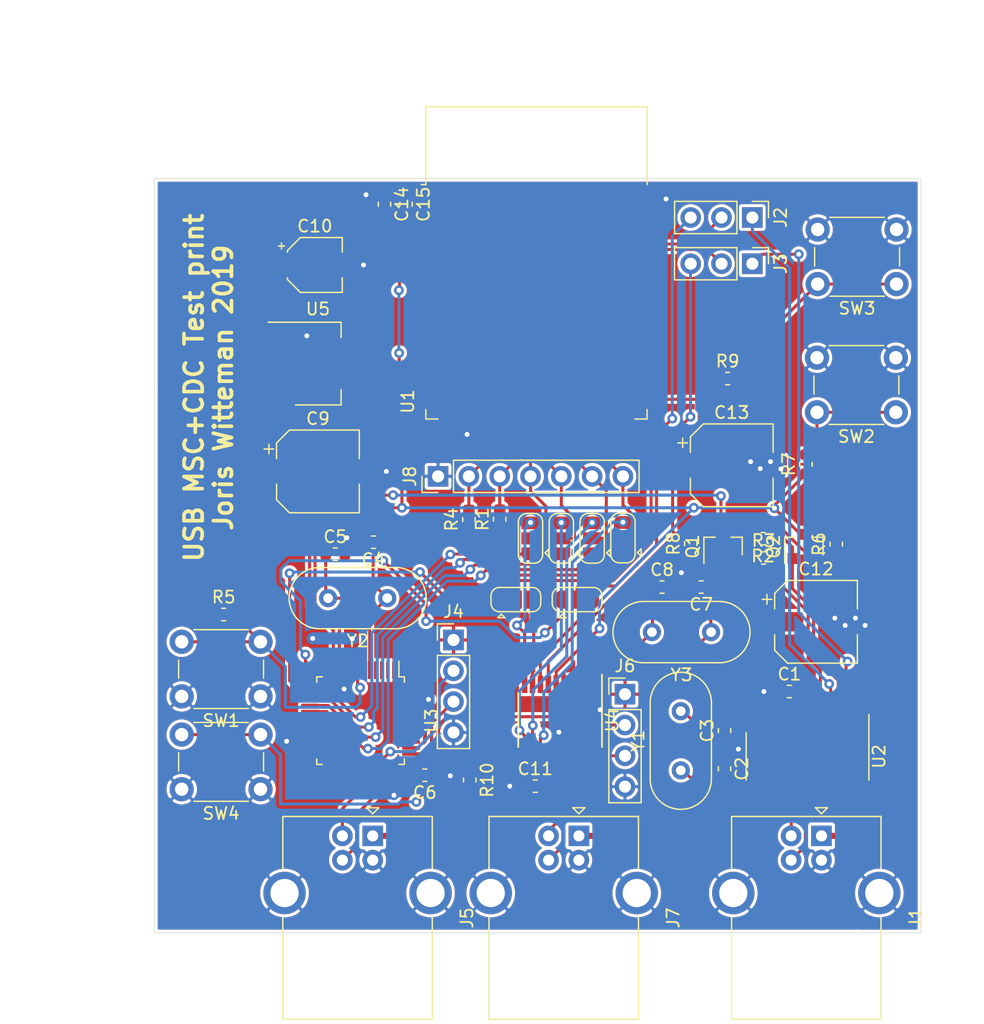
<source format=kicad_pcb>
(kicad_pcb (version 20171130) (host pcbnew 5.1.4+dfsg1-2)
  (layers (0 F.Cu signal) (31 B.Cu signal) (34 B.Paste user) (35 F.Paste user) (36 B.SilkS user) (37 F.SilkS user) (38 B.Mask user) (39 F.Mask user) (44 Edge.Cuts user))
  (net 0 "")
  (net 1 +3V3)
  (net 2 GND)
  (net 3 "Net-(C2-Pad2)")
  (net 4 "Net-(C3-Pad2)")
  (net 5 "Net-(C4-Pad1)")
  (net 6 "Net-(C5-Pad1)")
  (net 7 "Net-(C7-Pad1)")
  (net 8 "Net-(C8-Pad1)")
  (net 9 +5V)
  (net 10 "Net-(J1-Pad3)")
  (net 11 "Net-(J1-Pad2)")
  (net 12 RX)
  (net 13 "Net-(J2-Pad2)")
  (net 14 "Net-(J2-Pad1)")
  (net 15 TX)
  (net 16 "Net-(J3-Pad2)")
  (net 17 "Net-(J3-Pad1)")
  (net 18 "Net-(J4-Pad3)")
  (net 19 "Net-(J4-Pad2)")
  (net 20 "Net-(J5-Pad3)")
  (net 21 "Net-(J5-Pad2)")
  (net 22 "Net-(J6-Pad3)")
  (net 23 "Net-(J6-Pad2)")
  (net 24 "Net-(J7-Pad3)")
  (net 25 "Net-(J7-Pad2)")
  (net 26 MISO)
  (net 27 MOSI)
  (net 28 CLK)
  (net 29 SS)
  (net 30 /TX_2)
  (net 31 /TX_1)
  (net 32 /RX_2)
  (net 33 /RX_1)
  (net 34 /SS_2)
  (net 35 /SS_1)
  (net 36 /CLK_2)
  (net 37 /CLK_1)
  (net 38 /MISO_2)
  (net 39 /MISO_1)
  (net 40 /MOSI_2)
  (net 41 /MOSI_1)
  (net 42 "Net-(Q1-Pad1)")
  (net 43 GP0)
  (net 44 "Net-(Q1-Pad2)")
  (net 45 "Net-(Q2-Pad1)")
  (net 46 EN_ESP)
  (net 47 "Net-(Q2-Pad2)")
  (net 48 "Net-(R5-Pad2)")
  (net 49 "Net-(R7-Pad2)")
  (net 50 "Net-(R9-Pad2)")
  (net 51 "Net-(R10-Pad2)")
  (net 52 "Net-(J8-Pad3)")
  (net 53 "Net-(J8-Pad2)")
  (module Connector_USB:USB_B_OST_USB-B1HSxx_Horizontal (layer F.Cu) (at 104 116 270)
    (fp_text reference J1 (at 6.76 -7.77 90) (layer F.SilkS))
    (fp_text value USB_B)
    (pad 5 thru_hole circle (at 4.71 7.27 270) (size 3.5 3.5) (drill 2.33) (layers *.Cu *.Mask) (net 2 GND))
    (pad 5 thru_hole circle (at 4.71 -4.77 270) (size 3.5 3.5) (drill 2.33) (layers *.Cu *.Mask) (net 2 GND))
    (pad 4 thru_hole circle (at 2 0 270) (size 1.7 1.7) (drill 0.92) (layers *.Cu *.Mask) (net 2 GND))
    (pad 3 thru_hole circle (at 2 2.5 270) (size 1.7 1.7) (drill 0.92) (layers *.Cu *.Mask) (net 10 "Net-(J1-Pad3)"))
    (pad 2 thru_hole circle (at 0 2.5 270) (size 1.7 1.7) (drill 0.92) (layers *.Cu *.Mask) (net 11 "Net-(J1-Pad2)"))
    (pad 1 thru_hole rect (at 0 0 270) (size 1.7 1.7) (drill 0.92) (layers *.Cu *.Mask) (net 9 +5V))
  )
  (module Connector_USB:USB_B_OST_USB-B1HSxx_Horizontal (layer F.Cu) (at 84 116 270)
    (fp_text reference J7 (at 6.76 -7.77 90) (layer F.SilkS))
    (fp_text value USB_B)
    (pad 5 thru_hole circle (at 4.71 7.27 270) (size 3.5 3.5) (drill 2.33) (layers *.Cu *.Mask) (net 2 GND))
    (pad 5 thru_hole circle (at 4.71 -4.77 270) (size 3.5 3.5) (drill 2.33) (layers *.Cu *.Mask) (net 2 GND))
    (pad 4 thru_hole circle (at 2 0 270) (size 1.7 1.7) (drill 0.92) (layers *.Cu *.Mask) (net 2 GND))
    (pad 3 thru_hole circle (at 2 2.5 270) (size 1.7 1.7) (drill 0.92) (layers *.Cu *.Mask) (net 24 "Net-(J7-Pad3)"))
    (pad 2 thru_hole circle (at 0 2.5 270) (size 1.7 1.7) (drill 0.92) (layers *.Cu *.Mask) (net 25 "Net-(J7-Pad2)"))
    (pad 1 thru_hole rect (at 0 0 270) (size 1.7 1.7) (drill 0.92) (layers *.Cu *.Mask) (net 9 +5V))
  )
  (module Connector_USB:USB_B_OST_USB-B1HSxx_Horizontal (layer F.Cu) (at 67 116 270)
    (fp_text reference J5 (at 6.76 -7.77 90) (layer F.SilkS))
    (fp_text value USB_B)
    (pad 5 thru_hole circle (at 4.71 7.27 270) (size 3.5 3.5) (drill 2.33) (layers *.Cu *.Mask) (net 2 GND))
    (pad 5 thru_hole circle (at 4.71 -4.77 270) (size 3.5 3.5) (drill 2.33) (layers *.Cu *.Mask) (net 2 GND))
    (pad 4 thru_hole circle (at 2 0 270) (size 1.7 1.7) (drill 0.92) (layers *.Cu *.Mask) (net 2 GND))
    (pad 3 thru_hole circle (at 2 2.5 270) (size 1.7 1.7) (drill 0.92) (layers *.Cu *.Mask) (net 20 "Net-(J5-Pad3)"))
    (pad 2 thru_hole circle (at 0 2.5 270) (size 1.7 1.7) (drill 0.92) (layers *.Cu *.Mask) (net 21 "Net-(J5-Pad2)"))
    (pad 1 thru_hole rect (at 0 0 270) (size 1.7 1.7) (drill 0.92) (layers *.Cu *.Mask) (net 9 +5V))
  )
  (module Capacitor_SMD:C_0603_1608Metric (layer F.Cu) (at 63.91 92.77)
    (fp_text reference C5 (at 0 -1.43) (layer F.SilkS))
    (fp_text value 20pF)
    (pad 2 smd roundrect (at 0.7875 0) (size 0.875 0.95) (layers F.Cu F.Paste F.Mask) (net 2 GND))
    (pad 1 smd roundrect (at -0.7875 0) (size 0.875 0.95) (layers F.Cu F.Paste F.Mask) (net 6 "Net-(C5-Pad1)"))
  )
  (module Capacitor_SMD:C_0603_1608Metric (layer F.Cu) (at 69.7484 63.9317 270)
    (fp_text reference C15 (at 0 -1.43 90) (layer F.SilkS))
    (fp_text value 100nF)
    (pad 2 smd roundrect (at 0.7875 0 270) (size 0.875 0.95) (layers F.Cu F.Paste F.Mask) (net 1 +3V3))
    (pad 1 smd roundrect (at -0.7875 0 270) (size 0.875 0.95) (layers F.Cu F.Paste F.Mask) (net 2 GND))
  )
  (module Capacitor_SMD:C_0603_1608Metric (layer F.Cu) (at 67.9704 63.9317 270)
    (fp_text reference C14 (at 0 -1.43 90) (layer F.SilkS))
    (fp_text value 100nF)
    (pad 2 smd roundrect (at 0.7875 0 270) (size 0.875 0.95) (layers F.Cu F.Paste F.Mask) (net 1 +3V3))
    (pad 1 smd roundrect (at -0.7875 0 270) (size 0.875 0.95) (layers F.Cu F.Paste F.Mask) (net 2 GND))
  )
  (module Package_TO_SOT_SMD:SOT-23 (layer F.Cu) (at 102.5525 92.1385 90)
    (fp_text reference Q2 (at 0 -2.5 90) (layer F.SilkS))
    (fp_text value S8050)
    (pad 3 smd rect (at 1 0 90) (size 0.9 0.8) (layers F.Cu F.Paste F.Mask) (net 46 EN_ESP))
    (pad 2 smd rect (at -1 0.95 90) (size 0.9 0.8) (layers F.Cu F.Paste F.Mask) (net 47 "Net-(Q2-Pad2)"))
    (pad 1 smd rect (at -1 -0.95 90) (size 0.9 0.8) (layers F.Cu F.Paste F.Mask) (net 45 "Net-(Q2-Pad1)"))
  )
  (module Package_TO_SOT_SMD:SOT-23 (layer F.Cu) (at 95.885 92.1385 90)
    (fp_text reference Q1 (at 0 -2.5 90) (layer F.SilkS))
    (fp_text value S8050)
    (pad 3 smd rect (at 1 0 90) (size 0.9 0.8) (layers F.Cu F.Paste F.Mask) (net 43 GP0))
    (pad 2 smd rect (at -1 0.95 90) (size 0.9 0.8) (layers F.Cu F.Paste F.Mask) (net 44 "Net-(Q1-Pad2)"))
    (pad 1 smd rect (at -1 -0.95 90) (size 0.9 0.8) (layers F.Cu F.Paste F.Mask) (net 42 "Net-(Q1-Pad1)"))
  )
  (module Crystal:Crystal_HC49-U_Vertical (layer F.Cu) (at 94.9 99.2 180)
    (fp_text reference Y3 (at 2.44 -3.525) (layer F.SilkS))
    (fp_text value Crystal)
    (pad 2 thru_hole circle (at 4.88 0 180) (size 1.5 1.5) (drill 0.8) (layers *.Cu *.Mask) (net 8 "Net-(C8-Pad1)"))
    (pad 1 thru_hole circle (at 0 0 180) (size 1.5 1.5) (drill 0.8) (layers *.Cu *.Mask) (net 7 "Net-(C7-Pad1)"))
  )
  (module Crystal:Crystal_HC49-U_Vertical (layer F.Cu) (at 68.2 96.4 180)
    (fp_text reference Y2 (at 2.44 -3.525) (layer F.SilkS))
    (fp_text value Crystal)
    (pad 2 thru_hole circle (at 4.88 0 180) (size 1.5 1.5) (drill 0.8) (layers *.Cu *.Mask) (net 6 "Net-(C5-Pad1)"))
    (pad 1 thru_hole circle (at 0 0 180) (size 1.5 1.5) (drill 0.8) (layers *.Cu *.Mask) (net 5 "Net-(C4-Pad1)"))
  )
  (module Crystal:Crystal_HC49-U_Vertical (layer F.Cu) (at 92.4 110.6 90)
    (fp_text reference Y1 (at 2.44 -3.525 90) (layer F.SilkS))
    (fp_text value Crystal)
    (pad 2 thru_hole circle (at 4.88 0 90) (size 1.5 1.5) (drill 0.8) (layers *.Cu *.Mask) (net 4 "Net-(C3-Pad2)"))
    (pad 1 thru_hole circle (at 0 0 90) (size 1.5 1.5) (drill 0.8) (layers *.Cu *.Mask) (net 3 "Net-(C2-Pad2)"))
  )
  (module Package_TO_SOT_SMD:SOT-223-3_TabPin2 (layer F.Cu) (at 62.484 77.0636)
    (fp_text reference U5 (at 0 -4.5) (layer F.SilkS))
    (fp_text value AMS1117-3.3)
    (pad 1 smd rect (at -3.15 -2.3) (size 2 1.5) (layers F.Cu F.Paste F.Mask) (net 2 GND))
    (pad 3 smd rect (at -3.15 2.3) (size 2 1.5) (layers F.Cu F.Paste F.Mask) (net 9 +5V))
    (pad 2 smd rect (at -3.15 0) (size 2 1.5) (layers F.Cu F.Paste F.Mask) (net 1 +3V3))
    (pad 2 smd rect (at 3.15 0) (size 2 3.8) (layers F.Cu F.Paste F.Mask) (net 1 +3V3))
  )
  (module Package_SO:TSSOP-20_4.4x6.5mm_P0.65mm (layer F.Cu) (at 82.45 106.45 270)
    (fp_text reference U4 (at 0 -4.3 90) (layer F.SilkS))
    (fp_text value STM32F070F6Px)
    (pad 20 smd rect (at 2.95 -2.925 270) (size 1.45 0.45) (layers F.Cu F.Paste F.Mask) (net 22 "Net-(J6-Pad3)"))
    (pad 19 smd rect (at 2.95 -2.275 270) (size 1.45 0.45) (layers F.Cu F.Paste F.Mask) (net 23 "Net-(J6-Pad2)"))
    (pad 18 smd rect (at 2.95 -1.625 270) (size 1.45 0.45) (layers F.Cu F.Paste F.Mask) (net 24 "Net-(J7-Pad3)"))
    (pad 17 smd rect (at 2.95 -0.975 270) (size 1.45 0.45) (layers F.Cu F.Paste F.Mask) (net 25 "Net-(J7-Pad2)"))
    (pad 16 smd rect (at 2.95 -0.325 270) (size 1.45 0.45) (layers F.Cu F.Paste F.Mask) (net 1 +3V3))
    (pad 15 smd rect (at 2.95 0.325 270) (size 1.45 0.45) (layers F.Cu F.Paste F.Mask) (net 2 GND))
    (pad 14 smd rect (at 2.95 0.975 270) (size 1.45 0.45) (layers F.Cu F.Paste F.Mask))
    (pad 13 smd rect (at 2.95 1.625 270) (size 1.45 0.45) (layers F.Cu F.Paste F.Mask) (net 40 /MOSI_2))
    (pad 12 smd rect (at 2.95 2.275 270) (size 1.45 0.45) (layers F.Cu F.Paste F.Mask) (net 38 /MISO_2))
    (pad 11 smd rect (at 2.95 2.925 270) (size 1.45 0.45) (layers F.Cu F.Paste F.Mask) (net 36 /CLK_2))
    (pad 10 smd rect (at -2.95 2.925 270) (size 1.45 0.45) (layers F.Cu F.Paste F.Mask) (net 34 /SS_2))
    (pad 9 smd rect (at -2.95 2.275 270) (size 1.45 0.45) (layers F.Cu F.Paste F.Mask) (net 32 /RX_2))
    (pad 8 smd rect (at -2.95 1.625 270) (size 1.45 0.45) (layers F.Cu F.Paste F.Mask) (net 30 /TX_2))
    (pad 7 smd rect (at -2.95 0.975 270) (size 1.45 0.45) (layers F.Cu F.Paste F.Mask) (net 43 GP0))
    (pad 6 smd rect (at -2.95 0.325 270) (size 1.45 0.45) (layers F.Cu F.Paste F.Mask) (net 46 EN_ESP))
    (pad 5 smd rect (at -2.95 -0.325 270) (size 1.45 0.45) (layers F.Cu F.Paste F.Mask) (net 1 +3V3))
    (pad 4 smd rect (at -2.95 -0.975 270) (size 1.45 0.45) (layers F.Cu F.Paste F.Mask) (net 51 "Net-(R10-Pad2)"))
    (pad 3 smd rect (at -2.95 -1.625 270) (size 1.45 0.45) (layers F.Cu F.Paste F.Mask) (net 8 "Net-(C8-Pad1)"))
    (pad 2 smd rect (at -2.95 -2.275 270) (size 1.45 0.45) (layers F.Cu F.Paste F.Mask) (net 7 "Net-(C7-Pad1)"))
    (pad 1 smd rect (at -2.95 -2.925 270) (size 1.45 0.45) (layers F.Cu F.Paste F.Mask) (net 2 GND))
  )
  (module Package_QFP:LQFP-48_7x7mm_P0.5mm (layer F.Cu) (at 66 106.5 270)
    (fp_text reference U3 (at 0 -5.85 90) (layer F.SilkS))
    (fp_text value STM32F103C8Tx)
    (pad 48 smd roundrect (at -2.75 -4.1625 270) (size 0.3 1.475) (layers F.Cu F.Paste F.Mask) (net 1 +3V3))
    (pad 47 smd roundrect (at -2.25 -4.1625 270) (size 0.3 1.475) (layers F.Cu F.Paste F.Mask) (net 2 GND))
    (pad 46 smd roundrect (at -1.75 -4.1625 270) (size 0.3 1.475) (layers F.Cu F.Paste F.Mask))
    (pad 45 smd roundrect (at -1.25 -4.1625 270) (size 0.3 1.475) (layers F.Cu F.Paste F.Mask))
    (pad 44 smd roundrect (at -0.75 -4.1625 270) (size 0.3 1.475) (layers F.Cu F.Paste F.Mask) (net 2 GND))
    (pad 43 smd roundrect (at -0.25 -4.1625 270) (size 0.3 1.475) (layers F.Cu F.Paste F.Mask))
    (pad 42 smd roundrect (at 0.25 -4.1625 270) (size 0.3 1.475) (layers F.Cu F.Paste F.Mask))
    (pad 41 smd roundrect (at 0.75 -4.1625 270) (size 0.3 1.475) (layers F.Cu F.Paste F.Mask))
    (pad 40 smd roundrect (at 1.25 -4.1625 270) (size 0.3 1.475) (layers F.Cu F.Paste F.Mask))
    (pad 39 smd roundrect (at 1.75 -4.1625 270) (size 0.3 1.475) (layers F.Cu F.Paste F.Mask))
    (pad 38 smd roundrect (at 2.25 -4.1625 270) (size 0.3 1.475) (layers F.Cu F.Paste F.Mask))
    (pad 37 smd roundrect (at 2.75 -4.1625 270) (size 0.3 1.475) (layers F.Cu F.Paste F.Mask) (net 18 "Net-(J4-Pad3)"))
    (pad 36 smd roundrect (at 4.1625 -2.75 270) (size 1.475 0.3) (layers F.Cu F.Paste F.Mask) (net 1 +3V3))
    (pad 35 smd roundrect (at 4.1625 -2.25 270) (size 1.475 0.3) (layers F.Cu F.Paste F.Mask) (net 2 GND))
    (pad 34 smd roundrect (at 4.1625 -1.75 270) (size 1.475 0.3) (layers F.Cu F.Paste F.Mask) (net 19 "Net-(J4-Pad2)"))
    (pad 33 smd roundrect (at 4.1625 -1.25 270) (size 1.475 0.3) (layers F.Cu F.Paste F.Mask) (net 20 "Net-(J5-Pad3)"))
    (pad 32 smd roundrect (at 4.1625 -0.75 270) (size 1.475 0.3) (layers F.Cu F.Paste F.Mask) (net 21 "Net-(J5-Pad2)"))
    (pad 31 smd roundrect (at 4.1625 -0.25 270) (size 1.475 0.3) (layers F.Cu F.Paste F.Mask))
    (pad 30 smd roundrect (at 4.1625 0.25 270) (size 1.475 0.3) (layers F.Cu F.Paste F.Mask))
    (pad 29 smd roundrect (at 4.1625 0.75 270) (size 1.475 0.3) (layers F.Cu F.Paste F.Mask))
    (pad 28 smd roundrect (at 4.1625 1.25 270) (size 1.475 0.3) (layers F.Cu F.Paste F.Mask))
    (pad 27 smd roundrect (at 4.1625 1.75 270) (size 1.475 0.3) (layers F.Cu F.Paste F.Mask))
    (pad 26 smd roundrect (at 4.1625 2.25 270) (size 1.475 0.3) (layers F.Cu F.Paste F.Mask))
    (pad 25 smd roundrect (at 4.1625 2.75 270) (size 1.475 0.3) (layers F.Cu F.Paste F.Mask))
    (pad 24 smd roundrect (at 2.75 4.1625 270) (size 0.3 1.475) (layers F.Cu F.Paste F.Mask) (net 1 +3V3))
    (pad 23 smd roundrect (at 2.25 4.1625 270) (size 0.3 1.475) (layers F.Cu F.Paste F.Mask) (net 2 GND))
    (pad 22 smd roundrect (at 1.75 4.1625 270) (size 0.3 1.475) (layers F.Cu F.Paste F.Mask))
    (pad 21 smd roundrect (at 1.25 4.1625 270) (size 0.3 1.475) (layers F.Cu F.Paste F.Mask))
    (pad 20 smd roundrect (at 0.75 4.1625 270) (size 0.3 1.475) (layers F.Cu F.Paste F.Mask))
    (pad 19 smd roundrect (at 0.25 4.1625 270) (size 0.3 1.475) (layers F.Cu F.Paste F.Mask))
    (pad 18 smd roundrect (at -0.25 4.1625 270) (size 0.3 1.475) (layers F.Cu F.Paste F.Mask))
    (pad 17 smd roundrect (at -0.75 4.1625 270) (size 0.3 1.475) (layers F.Cu F.Paste F.Mask) (net 41 /MOSI_1))
    (pad 16 smd roundrect (at -1.25 4.1625 270) (size 0.3 1.475) (layers F.Cu F.Paste F.Mask) (net 39 /MISO_1))
    (pad 15 smd roundrect (at -1.75 4.1625 270) (size 0.3 1.475) (layers F.Cu F.Paste F.Mask) (net 37 /CLK_1))
    (pad 14 smd roundrect (at -2.25 4.1625 270) (size 0.3 1.475) (layers F.Cu F.Paste F.Mask) (net 35 /SS_1))
    (pad 13 smd roundrect (at -2.75 4.1625 270) (size 0.3 1.475) (layers F.Cu F.Paste F.Mask) (net 33 /RX_1))
    (pad 12 smd roundrect (at -4.1625 2.75 270) (size 1.475 0.3) (layers F.Cu F.Paste F.Mask) (net 31 /TX_1))
    (pad 11 smd roundrect (at -4.1625 2.25 270) (size 1.475 0.3) (layers F.Cu F.Paste F.Mask) (net 43 GP0))
    (pad 10 smd roundrect (at -4.1625 1.75 270) (size 1.475 0.3) (layers F.Cu F.Paste F.Mask) (net 46 EN_ESP))
    (pad 9 smd roundrect (at -4.1625 1.25 270) (size 1.475 0.3) (layers F.Cu F.Paste F.Mask) (net 1 +3V3))
    (pad 8 smd roundrect (at -4.1625 0.75 270) (size 1.475 0.3) (layers F.Cu F.Paste F.Mask) (net 2 GND))
    (pad 7 smd roundrect (at -4.1625 0.25 270) (size 1.475 0.3) (layers F.Cu F.Paste F.Mask) (net 48 "Net-(R5-Pad2)"))
    (pad 6 smd roundrect (at -4.1625 -0.25 270) (size 1.475 0.3) (layers F.Cu F.Paste F.Mask) (net 6 "Net-(C5-Pad1)"))
    (pad 5 smd roundrect (at -4.1625 -0.75 270) (size 1.475 0.3) (layers F.Cu F.Paste F.Mask) (net 5 "Net-(C4-Pad1)"))
    (pad 4 smd roundrect (at -4.1625 -1.25 270) (size 1.475 0.3) (layers F.Cu F.Paste F.Mask))
    (pad 3 smd roundrect (at -4.1625 -1.75 270) (size 1.475 0.3) (layers F.Cu F.Paste F.Mask))
    (pad 2 smd roundrect (at -4.1625 -2.25 270) (size 1.475 0.3) (layers F.Cu F.Paste F.Mask))
    (pad 1 smd roundrect (at -4.1625 -2.75 270) (size 1.475 0.3) (layers F.Cu F.Paste F.Mask) (net 1 +3V3))
  )
  (module Package_SO:SOIC-16_3.9x9.9mm_P1.27mm (layer F.Cu) (at 102.85 109.45 270)
    (fp_text reference U2 (at 0 -5.9 90) (layer F.SilkS))
    (fp_text value CH340G)
    (pad 16 smd roundrect (at 2.475 -4.445 270) (size 1.95 0.6) (layers F.Cu F.Paste F.Mask) (net 1 +3V3))
    (pad 15 smd roundrect (at 2.475 -3.175 270) (size 1.95 0.6) (layers F.Cu F.Paste F.Mask))
    (pad 14 smd roundrect (at 2.475 -1.905 270) (size 1.95 0.6) (layers F.Cu F.Paste F.Mask) (net 45 "Net-(Q2-Pad1)"))
    (pad 13 smd roundrect (at 2.475 -0.635 270) (size 1.95 0.6) (layers F.Cu F.Paste F.Mask) (net 42 "Net-(Q1-Pad1)"))
    (pad 12 smd roundrect (at 2.475 0.635 270) (size 1.95 0.6) (layers F.Cu F.Paste F.Mask))
    (pad 11 smd roundrect (at 2.475 1.905 270) (size 1.95 0.6) (layers F.Cu F.Paste F.Mask))
    (pad 10 smd roundrect (at 2.475 3.175 270) (size 1.95 0.6) (layers F.Cu F.Paste F.Mask))
    (pad 9 smd roundrect (at 2.475 4.445 270) (size 1.95 0.6) (layers F.Cu F.Paste F.Mask))
    (pad 8 smd roundrect (at -2.475 4.445 270) (size 1.95 0.6) (layers F.Cu F.Paste F.Mask) (net 4 "Net-(C3-Pad2)"))
    (pad 7 smd roundrect (at -2.475 3.175 270) (size 1.95 0.6) (layers F.Cu F.Paste F.Mask) (net 3 "Net-(C2-Pad2)"))
    (pad 6 smd roundrect (at -2.475 1.905 270) (size 1.95 0.6) (layers F.Cu F.Paste F.Mask) (net 11 "Net-(J1-Pad2)"))
    (pad 5 smd roundrect (at -2.475 0.635 270) (size 1.95 0.6) (layers F.Cu F.Paste F.Mask) (net 10 "Net-(J1-Pad3)"))
    (pad 4 smd roundrect (at -2.475 -0.635 270) (size 1.95 0.6) (layers F.Cu F.Paste F.Mask) (net 1 +3V3))
    (pad 3 smd roundrect (at -2.475 -1.905 270) (size 1.95 0.6) (layers F.Cu F.Paste F.Mask) (net 14 "Net-(J2-Pad1)"))
    (pad 2 smd roundrect (at -2.475 -3.175 270) (size 1.95 0.6) (layers F.Cu F.Paste F.Mask) (net 17 "Net-(J3-Pad1)"))
    (pad 1 smd roundrect (at -2.475 -4.445 270) (size 1.95 0.6) (layers F.Cu F.Paste F.Mask))
  )
  (module RF_Module:ESP32-WROOM-32 (layer F.Cu) (at 80.5 71.755)
    (fp_text reference U1 (at -10.61 8.43 90) (layer F.SilkS))
    (fp_text value ESP32-WROOM-32)
    (pad 38 smd rect (at 8.5 -8.255) (size 2 0.9) (layers F.Cu F.Paste F.Mask) (net 2 GND))
    (pad 37 smd rect (at 8.5 -6.985) (size 2 0.9) (layers F.Cu F.Paste F.Mask))
    (pad 36 smd rect (at 8.5 -5.715) (size 2 0.9) (layers F.Cu F.Paste F.Mask))
    (pad 35 smd rect (at 8.5 -4.445) (size 2 0.9) (layers F.Cu F.Paste F.Mask) (net 13 "Net-(J2-Pad2)"))
    (pad 34 smd rect (at 8.5 -3.175) (size 2 0.9) (layers F.Cu F.Paste F.Mask) (net 16 "Net-(J3-Pad2)"))
    (pad 33 smd rect (at 8.5 -1.905) (size 2 0.9) (layers F.Cu F.Paste F.Mask))
    (pad 32 smd rect (at 8.5 -0.635) (size 2 0.9) (layers F.Cu F.Paste F.Mask))
    (pad 31 smd rect (at 8.5 0.635) (size 2 0.9) (layers F.Cu F.Paste F.Mask))
    (pad 30 smd rect (at 8.5 1.905) (size 2 0.9) (layers F.Cu F.Paste F.Mask))
    (pad 29 smd rect (at 8.5 3.175) (size 2 0.9) (layers F.Cu F.Paste F.Mask))
    (pad 28 smd rect (at 8.5 4.445) (size 2 0.9) (layers F.Cu F.Paste F.Mask))
    (pad 27 smd rect (at 8.5 5.715) (size 2 0.9) (layers F.Cu F.Paste F.Mask))
    (pad 26 smd rect (at 8.5 6.985) (size 2 0.9) (layers F.Cu F.Paste F.Mask))
    (pad 25 smd rect (at 8.5 8.255) (size 2 0.9) (layers F.Cu F.Paste F.Mask) (net 43 GP0))
    (pad 24 smd rect (at 5.715 9.255 90) (size 2 0.9) (layers F.Cu F.Paste F.Mask))
    (pad 23 smd rect (at 4.445 9.255 90) (size 2 0.9) (layers F.Cu F.Paste F.Mask))
    (pad 22 smd rect (at 3.175 9.255 90) (size 2 0.9) (layers F.Cu F.Paste F.Mask) (net 27 MOSI))
    (pad 21 smd rect (at 1.905 9.255 90) (size 2 0.9) (layers F.Cu F.Paste F.Mask) (net 26 MISO))
    (pad 20 smd rect (at 0.635 9.255 90) (size 2 0.9) (layers F.Cu F.Paste F.Mask) (net 28 CLK))
    (pad 19 smd rect (at -0.635 9.255 90) (size 2 0.9) (layers F.Cu F.Paste F.Mask) (net 29 SS))
    (pad 18 smd rect (at -1.905 9.255 90) (size 2 0.9) (layers F.Cu F.Paste F.Mask) (net 52 "Net-(J8-Pad3)"))
    (pad 17 smd rect (at -3.175 9.255 90) (size 2 0.9) (layers F.Cu F.Paste F.Mask) (net 53 "Net-(J8-Pad2)"))
    (pad 16 smd rect (at -4.445 9.255 90) (size 2 0.9) (layers F.Cu F.Paste F.Mask))
    (pad 15 smd rect (at -5.715 9.255 90) (size 2 0.9) (layers F.Cu F.Paste F.Mask) (net 2 GND))
    (pad 14 smd rect (at -8.5 8.255) (size 2 0.9) (layers F.Cu F.Paste F.Mask))
    (pad 13 smd rect (at -8.5 6.985) (size 2 0.9) (layers F.Cu F.Paste F.Mask))
    (pad 12 smd rect (at -8.5 5.715) (size 2 0.9) (layers F.Cu F.Paste F.Mask))
    (pad 11 smd rect (at -8.5 4.445) (size 2 0.9) (layers F.Cu F.Paste F.Mask))
    (pad 10 smd rect (at -8.5 3.175) (size 2 0.9) (layers F.Cu F.Paste F.Mask))
    (pad 9 smd rect (at -8.5 1.905) (size 2 0.9) (layers F.Cu F.Paste F.Mask))
    (pad 8 smd rect (at -8.5 0.635) (size 2 0.9) (layers F.Cu F.Paste F.Mask))
    (pad 7 smd rect (at -8.5 -0.635) (size 2 0.9) (layers F.Cu F.Paste F.Mask))
    (pad 6 smd rect (at -8.5 -1.905) (size 2 0.9) (layers F.Cu F.Paste F.Mask))
    (pad 5 smd rect (at -8.5 -3.175) (size 2 0.9) (layers F.Cu F.Paste F.Mask))
    (pad 4 smd rect (at -8.5 -4.445) (size 2 0.9) (layers F.Cu F.Paste F.Mask))
    (pad 3 smd rect (at -8.5 -5.715) (size 2 0.9) (layers F.Cu F.Paste F.Mask) (net 46 EN_ESP))
    (pad 2 smd rect (at -8.5 -6.985) (size 2 0.9) (layers F.Cu F.Paste F.Mask) (net 1 +3V3))
    (pad 1 smd rect (at -8.5 -8.255) (size 2 0.9) (layers F.Cu F.Paste F.Mask) (net 2 GND))
    (pad 39 smd rect (at -1 -0.755) (size 5 5) (layers F.Cu F.Paste F.Mask))
  )
  (module Button_Switch_THT:SW_PUSH_6mm (layer F.Cu) (at 57.75 112.15 180)
    (fp_text reference SW4 (at 3.25 -2) (layer F.SilkS))
    (fp_text value SW_Push)
    (pad 1 thru_hole circle (at 6.5 0 270) (size 2 2) (drill 1.1) (layers *.Cu *.Mask) (net 2 GND))
    (pad 2 thru_hole circle (at 6.5 4.5 270) (size 2 2) (drill 1.1) (layers *.Cu *.Mask) (net 51 "Net-(R10-Pad2)"))
    (pad 1 thru_hole circle (at 0 0 270) (size 2 2) (drill 1.1) (layers *.Cu *.Mask) (net 2 GND))
    (pad 2 thru_hole circle (at 0 4.5 270) (size 2 2) (drill 1.1) (layers *.Cu *.Mask) (net 51 "Net-(R10-Pad2)"))
  )
  (module Button_Switch_THT:SW_PUSH_6mm (layer F.Cu) (at 110.1852 70.5104 180)
    (fp_text reference SW3 (at 3.25 -2) (layer F.SilkS))
    (fp_text value SW_Push)
    (pad 1 thru_hole circle (at 6.5 0 270) (size 2 2) (drill 1.1) (layers *.Cu *.Mask) (net 50 "Net-(R9-Pad2)"))
    (pad 2 thru_hole circle (at 6.5 4.5 270) (size 2 2) (drill 1.1) (layers *.Cu *.Mask) (net 2 GND))
    (pad 1 thru_hole circle (at 0 0 270) (size 2 2) (drill 1.1) (layers *.Cu *.Mask) (net 50 "Net-(R9-Pad2)"))
    (pad 2 thru_hole circle (at 0 4.5 270) (size 2 2) (drill 1.1) (layers *.Cu *.Mask) (net 2 GND))
  )
  (module Button_Switch_THT:SW_PUSH_6mm (layer F.Cu) (at 110.13 81.08 180)
    (fp_text reference SW2 (at 3.25 -2) (layer F.SilkS))
    (fp_text value SW_Push)
    (pad 1 thru_hole circle (at 6.5 0 270) (size 2 2) (drill 1.1) (layers *.Cu *.Mask) (net 49 "Net-(R7-Pad2)"))
    (pad 2 thru_hole circle (at 6.5 4.5 270) (size 2 2) (drill 1.1) (layers *.Cu *.Mask) (net 2 GND))
    (pad 1 thru_hole circle (at 0 0 270) (size 2 2) (drill 1.1) (layers *.Cu *.Mask) (net 49 "Net-(R7-Pad2)"))
    (pad 2 thru_hole circle (at 0 4.5 270) (size 2 2) (drill 1.1) (layers *.Cu *.Mask) (net 2 GND))
  )
  (module Button_Switch_THT:SW_PUSH_6mm (layer F.Cu) (at 57.75 104.5 180)
    (fp_text reference SW1 (at 3.25 -2) (layer F.SilkS))
    (fp_text value SW_Push)
    (pad 1 thru_hole circle (at 6.5 0 270) (size 2 2) (drill 1.1) (layers *.Cu *.Mask) (net 2 GND))
    (pad 2 thru_hole circle (at 6.5 4.5 270) (size 2 2) (drill 1.1) (layers *.Cu *.Mask) (net 48 "Net-(R5-Pad2)"))
    (pad 1 thru_hole circle (at 0 0 270) (size 2 2) (drill 1.1) (layers *.Cu *.Mask) (net 2 GND))
    (pad 2 thru_hole circle (at 0 4.5 270) (size 2 2) (drill 1.1) (layers *.Cu *.Mask) (net 48 "Net-(R5-Pad2)"))
  )
  (module Resistor_SMD:R_0603_1608Metric (layer F.Cu) (at 75 111.4 270)
    (fp_text reference R10 (at 0 -1.43 90) (layer F.SilkS))
    (fp_text value 10K)
    (pad 2 smd roundrect (at 0.7875 0 270) (size 0.875 0.95) (layers F.Cu F.Paste F.Mask) (net 51 "Net-(R10-Pad2)"))
    (pad 1 smd roundrect (at -0.7875 0 270) (size 0.875 0.95) (layers F.Cu F.Paste F.Mask) (net 1 +3V3))
  )
  (module Resistor_SMD:R_0603_1608Metric (layer F.Cu) (at 96.2625 78.3)
    (fp_text reference R9 (at 0 -1.43) (layer F.SilkS))
    (fp_text value 470)
    (pad 2 smd roundrect (at 0.7875 0) (size 0.875 0.95) (layers F.Cu F.Paste F.Mask) (net 50 "Net-(R9-Pad2)"))
    (pad 1 smd roundrect (at -0.7875 0) (size 0.875 0.95) (layers F.Cu F.Paste F.Mask) (net 43 GP0))
  )
  (module Resistor_SMD:R_0603_1608Metric (layer F.Cu) (at 93.218 91.91 90)
    (fp_text reference R8 (at 0 -1.43 90) (layer F.SilkS))
    (fp_text value 12K)
    (pad 2 smd roundrect (at 0.7875 0 90) (size 0.875 0.95) (layers F.Cu F.Paste F.Mask) (net 43 GP0))
    (pad 1 smd roundrect (at -0.7875 0 90) (size 0.875 0.95) (layers F.Cu F.Paste F.Mask) (net 1 +3V3))
  )
  (module Resistor_SMD:R_0603_1608Metric (layer F.Cu) (at 102.72 85.3625 90)
    (fp_text reference R7 (at 0 -1.43 90) (layer F.SilkS))
    (fp_text value 470)
    (pad 2 smd roundrect (at 0.7875 0 90) (size 0.875 0.95) (layers F.Cu F.Paste F.Mask) (net 49 "Net-(R7-Pad2)"))
    (pad 1 smd roundrect (at -0.7875 0 90) (size 0.875 0.95) (layers F.Cu F.Paste F.Mask) (net 46 EN_ESP))
  )
  (module Resistor_SMD:R_0603_1608Metric (layer F.Cu) (at 105.2195 91.948 90)
    (fp_text reference R6 (at 0 -1.43 90) (layer F.SilkS))
    (fp_text value 12K)
    (pad 2 smd roundrect (at 0.7875 0 90) (size 0.875 0.95) (layers F.Cu F.Paste F.Mask) (net 46 EN_ESP))
    (pad 1 smd roundrect (at -0.7875 0 90) (size 0.875 0.95) (layers F.Cu F.Paste F.Mask) (net 1 +3V3))
  )
  (module Resistor_SMD:R_0603_1608Metric (layer F.Cu) (at 54.7125 97.75)
    (fp_text reference R5 (at 0 -1.43) (layer F.SilkS))
    (fp_text value 10K)
    (pad 2 smd roundrect (at 0.7875 0) (size 0.875 0.95) (layers F.Cu F.Paste F.Mask) (net 48 "Net-(R5-Pad2)"))
    (pad 1 smd roundrect (at -0.7875 0) (size 0.875 0.95) (layers F.Cu F.Paste F.Mask) (net 1 +3V3))
  )
  (module Resistor_SMD:R_0603_1608Metric (layer F.Cu) (at 74.93 89.916 90)
    (fp_text reference R4 (at 0 -1.43 90) (layer F.SilkS))
    (fp_text value 10K)
    (pad 2 smd roundrect (at 0.7875 0 90) (size 0.875 0.95) (layers F.Cu F.Paste F.Mask) (net 53 "Net-(J8-Pad2)"))
    (pad 1 smd roundrect (at -0.7875 0 90) (size 0.875 0.95) (layers F.Cu F.Paste F.Mask) (net 1 +3V3))
  )
  (module Resistor_SMD:R_0603_1608Metric (layer F.Cu) (at 99.225 93.091)
    (fp_text reference R3 (at 0 -1.43) (layer F.SilkS))
    (fp_text value 12K)
    (pad 2 smd roundrect (at 0.7875 0) (size 0.875 0.95) (layers F.Cu F.Paste F.Mask) (net 47 "Net-(Q2-Pad2)"))
    (pad 1 smd roundrect (at -0.7875 0) (size 0.875 0.95) (layers F.Cu F.Paste F.Mask) (net 42 "Net-(Q1-Pad1)"))
  )
  (module Resistor_SMD:R_0603_1608Metric (layer F.Cu) (at 99.187 91.5035 180)
    (fp_text reference R2 (at 0 -1.43) (layer F.SilkS))
    (fp_text value 12K)
    (pad 2 smd roundrect (at 0.7875 0 180) (size 0.875 0.95) (layers F.Cu F.Paste F.Mask) (net 44 "Net-(Q1-Pad2)"))
    (pad 1 smd roundrect (at -0.7875 0 180) (size 0.875 0.95) (layers F.Cu F.Paste F.Mask) (net 45 "Net-(Q2-Pad1)"))
  )
  (module Resistor_SMD:R_0603_1608Metric (layer F.Cu) (at 77.47 89.8905 90)
    (fp_text reference R1 (at 0 -1.43 90) (layer F.SilkS))
    (fp_text value 10K)
    (pad 2 smd roundrect (at 0.7875 0 90) (size 0.875 0.95) (layers F.Cu F.Paste F.Mask) (net 52 "Net-(J8-Pad3)"))
    (pad 1 smd roundrect (at -0.7875 0 90) (size 0.875 0.95) (layers F.Cu F.Paste F.Mask) (net 1 +3V3))
  )
  (module Jumper:SolderJumper-3_P1.3mm_Open_RoundedPad1.0x1.5mm (layer F.Cu) (at 87.63 91.44 90)
    (fp_text reference JP6 hide)
    (fp_text value SolderJumper_3_Open hide)
    (pad 2 smd rect (at 0 0 90) (size 1 1.5) (layers F.Cu F.Mask) (net 27 MOSI))
    (pad 3 smd custom (at 1.3 0 90) (size 1 0.5) (layers F.Cu F.Mask) (net 40 /MOSI_2) (options (clearance outline) (anchor rect)) (primitives (gr_circle (center 0 0.25) (end 0.5 0.25) (width 0)) (gr_circle (center 0 -0.25) (end 0.5 -0.25) (width 0)) (gr_poly (pts (xy -0.55 -0.75) (xy 0 -0.75) (xy 0 0.75) (xy -0.55 0.75)) (width 0))))
    (pad 1 smd custom (at -1.3 0 90) (size 1 0.5) (layers F.Cu F.Mask) (net 41 /MOSI_1) (options (clearance outline) (anchor rect)) (primitives (gr_circle (center 0 0.25) (end 0.5 0.25) (width 0)) (gr_circle (center 0 -0.25) (end 0.5 -0.25) (width 0)) (gr_poly (pts (xy 0.55 -0.75) (xy 0 -0.75) (xy 0 0.75) (xy 0.55 0.75)) (width 0))))
  )
  (module Jumper:SolderJumper-3_P1.3mm_Open_RoundedPad1.0x1.5mm (layer F.Cu) (at 85.09 91.47 90)
    (fp_text reference JP5 hide)
    (fp_text value SolderJumper_3_Open hide)
    (pad 2 smd rect (at 0 0 90) (size 1 1.5) (layers F.Cu F.Mask) (net 26 MISO))
    (pad 3 smd custom (at 1.3 0 90) (size 1 0.5) (layers F.Cu F.Mask) (net 38 /MISO_2) (options (clearance outline) (anchor rect)) (primitives (gr_circle (center 0 0.25) (end 0.5 0.25) (width 0)) (gr_circle (center 0 -0.25) (end 0.5 -0.25) (width 0)) (gr_poly (pts (xy -0.55 -0.75) (xy 0 -0.75) (xy 0 0.75) (xy -0.55 0.75)) (width 0))))
    (pad 1 smd custom (at -1.3 0 90) (size 1 0.5) (layers F.Cu F.Mask) (net 39 /MISO_1) (options (clearance outline) (anchor rect)) (primitives (gr_circle (center 0 0.25) (end 0.5 0.25) (width 0)) (gr_circle (center 0 -0.25) (end 0.5 -0.25) (width 0)) (gr_poly (pts (xy 0.55 -0.75) (xy 0 -0.75) (xy 0 0.75) (xy 0.55 0.75)) (width 0))))
  )
  (module Jumper:SolderJumper-3_P1.3mm_Open_RoundedPad1.0x1.5mm (layer F.Cu) (at 82.55 91.47 90)
    (fp_text reference JP4 hide)
    (fp_text value SolderJumper_3_Open hide)
    (pad 2 smd rect (at 0 0 90) (size 1 1.5) (layers F.Cu F.Mask) (net 28 CLK))
    (pad 3 smd custom (at 1.3 0 90) (size 1 0.5) (layers F.Cu F.Mask) (net 36 /CLK_2) (options (clearance outline) (anchor rect)) (primitives (gr_circle (center 0 0.25) (end 0.5 0.25) (width 0)) (gr_circle (center 0 -0.25) (end 0.5 -0.25) (width 0)) (gr_poly (pts (xy -0.55 -0.75) (xy 0 -0.75) (xy 0 0.75) (xy -0.55 0.75)) (width 0))))
    (pad 1 smd custom (at -1.3 0 90) (size 1 0.5) (layers F.Cu F.Mask) (net 37 /CLK_1) (options (clearance outline) (anchor rect)) (primitives (gr_circle (center 0 0.25) (end 0.5 0.25) (width 0)) (gr_circle (center 0 -0.25) (end 0.5 -0.25) (width 0)) (gr_poly (pts (xy 0.55 -0.75) (xy 0 -0.75) (xy 0 0.75) (xy 0.55 0.75)) (width 0))))
  )
  (module Jumper:SolderJumper-3_P1.3mm_Open_RoundedPad1.0x1.5mm (layer F.Cu) (at 80.01 91.47 90)
    (fp_text reference JP3 hide)
    (fp_text value SolderJumper_3_Open hide)
    (pad 2 smd rect (at 0 0 90) (size 1 1.5) (layers F.Cu F.Mask) (net 29 SS))
    (pad 3 smd custom (at 1.3 0 90) (size 1 0.5) (layers F.Cu F.Mask) (net 34 /SS_2) (options (clearance outline) (anchor rect)) (primitives (gr_circle (center 0 0.25) (end 0.5 0.25) (width 0)) (gr_circle (center 0 -0.25) (end 0.5 -0.25) (width 0)) (gr_poly (pts (xy -0.55 -0.75) (xy 0 -0.75) (xy 0 0.75) (xy -0.55 0.75)) (width 0))))
    (pad 1 smd custom (at -1.3 0 90) (size 1 0.5) (layers F.Cu F.Mask) (net 35 /SS_1) (options (clearance outline) (anchor rect)) (primitives (gr_circle (center 0 0.25) (end 0.5 0.25) (width 0)) (gr_circle (center 0 -0.25) (end 0.5 -0.25) (width 0)) (gr_poly (pts (xy 0.55 -0.75) (xy 0 -0.75) (xy 0 0.75) (xy 0.55 0.75)) (width 0))))
  )
  (module Jumper:SolderJumper-3_P1.3mm_Open_RoundedPad1.0x1.5mm (layer F.Cu) (at 78.8035 96.52)
    (fp_text reference JP2 hide)
    (fp_text value SolderJumper_3_Open hide)
    (pad 2 smd rect (at 0 0) (size 1 1.5) (layers F.Cu F.Mask) (net 12 RX))
    (pad 3 smd custom (at 1.3 0) (size 1 0.5) (layers F.Cu F.Mask) (net 32 /RX_2) (options (clearance outline) (anchor rect)) (primitives (gr_circle (center 0 0.25) (end 0.5 0.25) (width 0)) (gr_circle (center 0 -0.25) (end 0.5 -0.25) (width 0)) (gr_poly (pts (xy -0.55 -0.75) (xy 0 -0.75) (xy 0 0.75) (xy -0.55 0.75)) (width 0))))
    (pad 1 smd custom (at -1.3 0) (size 1 0.5) (layers F.Cu F.Mask) (net 33 /RX_1) (options (clearance outline) (anchor rect)) (primitives (gr_circle (center 0 0.25) (end 0.5 0.25) (width 0)) (gr_circle (center 0 -0.25) (end 0.5 -0.25) (width 0)) (gr_poly (pts (xy 0.55 -0.75) (xy 0 -0.75) (xy 0 0.75) (xy 0.55 0.75)) (width 0))))
  )
  (module Jumper:SolderJumper-3_P1.3mm_Open_RoundedPad1.0x1.5mm (layer F.Cu) (at 83.85 96.52)
    (fp_text reference JP1 hide)
    (fp_text value SolderJumper_3_Open hide)
    (pad 2 smd rect (at 0 0) (size 1 1.5) (layers F.Cu F.Mask) (net 15 TX))
    (pad 3 smd custom (at 1.3 0) (size 1 0.5) (layers F.Cu F.Mask) (net 30 /TX_2) (options (clearance outline) (anchor rect)) (primitives (gr_circle (center 0 0.25) (end 0.5 0.25) (width 0)) (gr_circle (center 0 -0.25) (end 0.5 -0.25) (width 0)) (gr_poly (pts (xy -0.55 -0.75) (xy 0 -0.75) (xy 0 0.75) (xy -0.55 0.75)) (width 0))))
    (pad 1 smd custom (at -1.3 0) (size 1 0.5) (layers F.Cu F.Mask) (net 31 /TX_1) (options (clearance outline) (anchor rect)) (primitives (gr_circle (center 0 0.25) (end 0.5 0.25) (width 0)) (gr_circle (center 0 -0.25) (end 0.5 -0.25) (width 0)) (gr_poly (pts (xy 0.55 -0.75) (xy 0 -0.75) (xy 0 0.75) (xy 0.55 0.75)) (width 0))))
  )
  (module Connector_PinHeader_2.54mm:PinHeader_1x07_P2.54mm_Vertical (layer F.Cu) (at 72.39 86.36 90)
    (fp_text reference J8 (at 0 -2.33 90) (layer F.SilkS))
    (fp_text value Conn_01x07)
    (pad 7 thru_hole oval (at 0 15.24 90) (size 1.7 1.7) (drill 1) (layers *.Cu *.Mask) (net 27 MOSI))
    (pad 6 thru_hole oval (at 0 12.7 90) (size 1.7 1.7) (drill 1) (layers *.Cu *.Mask) (net 26 MISO))
    (pad 5 thru_hole oval (at 0 10.16 90) (size 1.7 1.7) (drill 1) (layers *.Cu *.Mask) (net 28 CLK))
    (pad 4 thru_hole oval (at 0 7.62 90) (size 1.7 1.7) (drill 1) (layers *.Cu *.Mask) (net 29 SS))
    (pad 3 thru_hole oval (at 0 5.08 90) (size 1.7 1.7) (drill 1) (layers *.Cu *.Mask) (net 52 "Net-(J8-Pad3)"))
    (pad 2 thru_hole oval (at 0 2.54 90) (size 1.7 1.7) (drill 1) (layers *.Cu *.Mask) (net 53 "Net-(J8-Pad2)"))
    (pad 1 thru_hole rect (at 0 0 90) (size 1.7 1.7) (drill 1) (layers *.Cu *.Mask) (net 2 GND))
  )
  (module Connector_PinHeader_2.54mm:PinHeader_1x04_P2.54mm_Vertical (layer F.Cu) (at 87.8 104.32)
    (fp_text reference J6 (at 0 -2.33) (layer F.SilkS))
    (fp_text value Conn_01x04)
    (pad 4 thru_hole oval (at 0 7.62) (size 1.7 1.7) (drill 1) (layers *.Cu *.Mask) (net 2 GND))
    (pad 3 thru_hole oval (at 0 5.08) (size 1.7 1.7) (drill 1) (layers *.Cu *.Mask) (net 22 "Net-(J6-Pad3)"))
    (pad 2 thru_hole oval (at 0 2.54) (size 1.7 1.7) (drill 1) (layers *.Cu *.Mask) (net 23 "Net-(J6-Pad2)"))
    (pad 1 thru_hole rect (at 0 0) (size 1.7 1.7) (drill 1) (layers *.Cu *.Mask) (net 1 +3V3))
  )
  (module Connector_PinHeader_2.54mm:PinHeader_1x04_P2.54mm_Vertical (layer F.Cu) (at 73.66 99.85)
    (fp_text reference J4 (at 0 -2.33) (layer F.SilkS))
    (fp_text value Conn_01x04)
    (pad 4 thru_hole oval (at 0 7.62) (size 1.7 1.7) (drill 1) (layers *.Cu *.Mask) (net 2 GND))
    (pad 3 thru_hole oval (at 0 5.08) (size 1.7 1.7) (drill 1) (layers *.Cu *.Mask) (net 18 "Net-(J4-Pad3)"))
    (pad 2 thru_hole oval (at 0 2.54) (size 1.7 1.7) (drill 1) (layers *.Cu *.Mask) (net 19 "Net-(J4-Pad2)"))
    (pad 1 thru_hole rect (at 0 0) (size 1.7 1.7) (drill 1) (layers *.Cu *.Mask) (net 1 +3V3))
  )
  (module Connector_PinHeader_2.54mm:PinHeader_1x03_P2.54mm_Vertical (layer F.Cu) (at 98.298 68.834 270)
    (fp_text reference J3 (at 0 -2.33 90) (layer F.SilkS))
    (fp_text value Conn_01x03)
    (pad 3 thru_hole oval (at 0 5.08 270) (size 1.7 1.7) (drill 1) (layers *.Cu *.Mask) (net 15 TX))
    (pad 2 thru_hole oval (at 0 2.54 270) (size 1.7 1.7) (drill 1) (layers *.Cu *.Mask) (net 16 "Net-(J3-Pad2)"))
    (pad 1 thru_hole rect (at 0 0 270) (size 1.7 1.7) (drill 1) (layers *.Cu *.Mask) (net 17 "Net-(J3-Pad1)"))
  )
  (module Connector_PinHeader_2.54mm:PinHeader_1x03_P2.54mm_Vertical (layer F.Cu) (at 98.298 65.024 270)
    (fp_text reference J2 (at 0 -2.33 90) (layer F.SilkS))
    (fp_text value Conn_01x03)
    (pad 3 thru_hole oval (at 0 5.08 270) (size 1.7 1.7) (drill 1) (layers *.Cu *.Mask) (net 12 RX))
    (pad 2 thru_hole oval (at 0 2.54 270) (size 1.7 1.7) (drill 1) (layers *.Cu *.Mask) (net 13 "Net-(J2-Pad2)"))
    (pad 1 thru_hole rect (at 0 0 270) (size 1.7 1.7) (drill 1) (layers *.Cu *.Mask) (net 14 "Net-(J2-Pad1)"))
  )
  (module Capacitor_SMD:CP_Elec_6.3x5.4 (layer F.Cu) (at 96.6 85.45)
    (fp_text reference C13 (at 0 -4.35) (layer F.SilkS))
    (fp_text value 100uF)
    (pad 2 smd roundrect (at 2.8 0) (size 3.5 1.6) (layers F.Cu F.Paste F.Mask) (roundrect_rratio 0.15625) (net 2 GND))
    (pad 1 smd roundrect (at -2.8 0) (size 3.5 1.6) (layers F.Cu F.Paste F.Mask) (roundrect_rratio 0.15625) (net 1 +3V3))
  )
  (module Capacitor_SMD:CP_Elec_6.3x5.4 (layer F.Cu) (at 103.55 98.35)
    (fp_text reference C12 (at 0 -4.35) (layer F.SilkS))
    (fp_text value 100uF)
    (pad 2 smd roundrect (at 2.8 0) (size 3.5 1.6) (layers F.Cu F.Paste F.Mask) (roundrect_rratio 0.15625) (net 2 GND))
    (pad 1 smd roundrect (at -2.8 0) (size 3.5 1.6) (layers F.Cu F.Paste F.Mask) (roundrect_rratio 0.15625) (net 1 +3V3))
  )
  (module Capacitor_SMD:C_0603_1608Metric (layer F.Cu) (at 80.4 111.9)
    (fp_text reference C11 (at 0 -1.43) (layer F.SilkS))
    (fp_text value 100nF)
    (pad 2 smd roundrect (at 0.7875 0) (size 0.875 0.95) (layers F.Cu F.Paste F.Mask) (net 1 +3V3))
    (pad 1 smd roundrect (at -0.7875 0) (size 0.875 0.95) (layers F.Cu F.Paste F.Mask) (net 2 GND))
  )
  (module Capacitor_SMD:CP_Elec_4x5.4 (layer F.Cu) (at 62.23 68.9356)
    (fp_text reference C10 (at 0 -3.2) (layer F.SilkS))
    (fp_text value 22uF)
    (pad 2 smd roundrect (at 1.8 0) (size 2.6 1.6) (layers F.Cu F.Paste F.Mask) (roundrect_rratio 0.15625) (net 2 GND))
    (pad 1 smd roundrect (at -1.8 0) (size 2.6 1.6) (layers F.Cu F.Paste F.Mask) (roundrect_rratio 0.15625) (net 1 +3V3))
  )
  (module Capacitor_SMD:CP_Elec_6.3x5.4 (layer F.Cu) (at 62.484 85.9536)
    (fp_text reference C9 (at 0 -4.35) (layer F.SilkS))
    (fp_text value 100uF)
    (pad 2 smd roundrect (at 2.8 0) (size 3.5 1.6) (layers F.Cu F.Paste F.Mask) (roundrect_rratio 0.15625) (net 2 GND))
    (pad 1 smd roundrect (at -2.8 0) (size 3.5 1.6) (layers F.Cu F.Paste F.Mask) (roundrect_rratio 0.15625) (net 9 +5V))
  )
  (module Capacitor_SMD:C_0603_1608Metric (layer F.Cu) (at 90.856 95.4875)
    (fp_text reference C8 (at 0 -1.43) (layer F.SilkS))
    (fp_text value 20pF)
    (pad 2 smd roundrect (at 0.7875 0) (size 0.875 0.95) (layers F.Cu F.Paste F.Mask) (net 2 GND))
    (pad 1 smd roundrect (at -0.7875 0) (size 0.875 0.95) (layers F.Cu F.Paste F.Mask) (net 8 "Net-(C8-Pad1)"))
  )
  (module Capacitor_SMD:C_0603_1608Metric (layer F.Cu) (at 94.082 95.4875 180)
    (fp_text reference C7 (at 0 -1.43) (layer F.SilkS))
    (fp_text value 20pF)
    (pad 2 smd roundrect (at 0.7875 0 180) (size 0.875 0.95) (layers F.Cu F.Paste F.Mask) (net 2 GND))
    (pad 1 smd roundrect (at -0.7875 0 180) (size 0.875 0.95) (layers F.Cu F.Paste F.Mask) (net 7 "Net-(C7-Pad1)"))
  )
  (module Capacitor_SMD:C_0603_1608Metric (layer F.Cu) (at 71.3 111 180)
    (fp_text reference C6 (at 0 -1.43) (layer F.SilkS))
    (fp_text value 100nF)
    (pad 2 smd roundrect (at 0.7875 0 180) (size 0.875 0.95) (layers F.Cu F.Paste F.Mask) (net 1 +3V3))
    (pad 1 smd roundrect (at -0.7875 0 180) (size 0.875 0.95) (layers F.Cu F.Paste F.Mask) (net 2 GND))
  )
  (module Capacitor_SMD:C_0603_1608Metric (layer F.Cu) (at 67.0575 91.79 180)
    (fp_text reference C4 (at 0 -1.43) (layer F.SilkS))
    (fp_text value 20pF)
    (pad 2 smd roundrect (at 0.7875 0 180) (size 0.875 0.95) (layers F.Cu F.Paste F.Mask) (net 2 GND))
    (pad 1 smd roundrect (at -0.7875 0 180) (size 0.875 0.95) (layers F.Cu F.Paste F.Mask) (net 5 "Net-(C4-Pad1)"))
  )
  (module Capacitor_SMD:C_0603_1608Metric (layer F.Cu) (at 96.007 107.3215 90)
    (fp_text reference C3 (at 0 -1.43 90) (layer F.SilkS))
    (fp_text value 20pF)
    (pad 2 smd roundrect (at 0.7875 0 90) (size 0.875 0.95) (layers F.Cu F.Paste F.Mask) (net 4 "Net-(C3-Pad2)"))
    (pad 1 smd roundrect (at -0.7875 0 90) (size 0.875 0.95) (layers F.Cu F.Paste F.Mask) (net 2 GND))
  )
  (module Capacitor_SMD:C_0603_1608Metric (layer F.Cu) (at 96.007 110.471 270)
    (fp_text reference C2 (at 0 -1.43 90) (layer F.SilkS))
    (fp_text value 20pF)
    (pad 2 smd roundrect (at 0.7875 0 270) (size 0.875 0.95) (layers F.Cu F.Paste F.Mask) (net 3 "Net-(C2-Pad2)"))
    (pad 1 smd roundrect (at -0.7875 0 270) (size 0.875 0.95) (layers F.Cu F.Paste F.Mask) (net 2 GND))
  )
  (module Capacitor_SMD:C_0603_1608Metric (layer F.Cu) (at 101.35 104.1)
    (fp_text reference C1 (at 0 -1.43) (layer F.SilkS))
    (fp_text value 100nF)
    (pad 2 smd roundrect (at 0.7875 0) (size 0.875 0.95) (layers F.Cu F.Paste F.Mask) (net 1 +3V3))
    (pad 1 smd roundrect (at -0.7875 0) (size 0.875 0.95) (layers F.Cu F.Paste F.Mask) (net 2 GND))
  )
  (gr_text "USB MSC+CDC Test print\nJoris Witteman 2019" (at 53.47 79.05 90) (layer F.SilkS) (effects (font (size 1.5 1.5) (thickness 0.3))))
  (gr_line (start 112.2 124) (end 63 124) (layer Edge.Cuts) (width 0.05))
  (gr_line (start 112.2 61.8) (end 112.2 124) (layer Edge.Cuts) (width 0.05))
  (gr_line (start 49 61.8) (end 112.2 61.8) (layer Edge.Cuts) (width 0.05))
  (gr_line (start 49 124) (end 49 61.8) (layer Edge.Cuts) (width 0.05))
  (gr_line (start 63 124) (end 49 124) (layer Edge.Cuts) (width 0.05))
  (via (at 62.05 99.72) (size 0.8) (drill 0.4) (layers F.Cu B.Cu) (net 1))
  (via (at 65.31 99.75) (size 0.8) (drill 0.4) (layers F.Cu B.Cu) (net 1))
  (segment (start 65.28 99.72) (end 65.31 99.75) (width 1) (layer B.Cu) (net 1))
  (segment (start 62.05 99.72) (end 65.28 99.72) (width 1) (layer B.Cu) (net 1))
  (via (at 98.95 85.725) (size 0.8) (drill 0.4) (layers F.Cu B.Cu) (net 2))
  (via (at 99.8 85.15) (size 0.8) (drill 0.4) (layers F.Cu B.Cu) (net 2))
  (via (at 100.65 85.75) (size 0.8) (drill 0.4) (layers F.Cu B.Cu) (net 2))
  (via (at 98.15 85.15) (size 0.8) (drill 0.4) (layers F.Cu B.Cu) (net 2))
  (via (at 105.95 98.65) (size 0.8) (drill 0.4) (layers F.Cu B.Cu) (net 2))
  (via (at 107.6 98.65) (size 0.8) (drill 0.4) (layers F.Cu B.Cu) (net 2))
  (via (at 106.8 98.05) (size 0.8) (drill 0.4) (layers F.Cu B.Cu) (net 2))
  (via (at 105.1 98.05) (size 0.8) (drill 0.4) (layers F.Cu B.Cu) (net 2))
  (segment (start 67.9704 63.1442) (end 69.7484 63.1442) (width 0.7) (layer F.Cu) (net 2))
  (segment (start 71.6442 63.1442) (end 72 63.5) (width 0.7) (layer F.Cu) (net 2))
  (segment (start 69.7484 63.1442) (end 71.6442 63.1442) (width 0.7) (layer F.Cu) (net 2))
  (via (at 66.4464 63.1444) (size 0.8) (drill 0.4) (layers F.Cu B.Cu) (net 2))
  (segment (start 67.9704 63.1442) (end 66.4466 63.1442) (width 0.7) (layer F.Cu) (net 2))
  (segment (start 66.4466 63.1442) (end 66.4464 63.1444) (width 0.7) (layer F.Cu) (net 2))
  (via (at 66.2432 68.9356) (size 0.8) (drill 0.4) (layers F.Cu B.Cu) (net 2))
  (segment (start 64.03 68.9356) (end 66.2432 68.9356) (width 0.7) (layer F.Cu) (net 2))
  (via (at 61.5696 74.7776) (size 0.8) (drill 0.4) (layers F.Cu B.Cu) (net 2))
  (segment (start 59.334 74.7636) (end 61.5556 74.7636) (width 0.7) (layer F.Cu) (net 2))
  (segment (start 61.5556 74.7636) (end 61.5696 74.7776) (width 0.7) (layer F.Cu) (net 2))
  (via (at 68.1228 85.9536) (size 0.8) (drill 0.4) (layers F.Cu B.Cu) (net 2))
  (segment (start 65.284 85.9536) (end 68.1228 85.9536) (width 0.7) (layer F.Cu) (net 2))
  (via (at 74.7776 82.9056) (size 0.8) (drill 0.4) (layers F.Cu B.Cu) (net 2))
  (segment (start 74.785 81.01) (end 74.785 82.8982) (width 0.7) (layer F.Cu) (net 2))
  (segment (start 74.785 82.8982) (end 74.7776 82.9056) (width 0.7) (layer F.Cu) (net 2))
  (via (at 91.186 63.5) (size 0.8) (drill 0.4) (layers F.Cu B.Cu) (net 2))
  (segment (start 89 63.5) (end 91.186 63.5) (width 0.7) (layer F.Cu) (net 2))
  (segment (start 67.3 117.45) (end 67 117.75) (width 0.25) (layer F.Cu) (net 2))
  (via (at 59.9 108.2) (size 0.8) (drill 0.4) (layers F.Cu B.Cu) (net 2))
  (segment (start 61.8375 108.75) (end 60.45 108.75) (width 0.25) (layer F.Cu) (net 2))
  (segment (start 60.45 108.75) (end 59.9 108.2) (width 0.25) (layer F.Cu) (net 2))
  (via (at 68.75 112.65) (size 0.8) (drill 0.4) (layers F.Cu B.Cu) (net 2))
  (segment (start 68.25 110.6625) (end 68.25 112.15) (width 0.25) (layer F.Cu) (net 2))
  (segment (start 68.25 112.15) (end 68.75 112.65) (width 0.25) (layer F.Cu) (net 2))
  (segment (start 84.15 117.45) (end 83.85 117.75) (width 0.25) (layer F.Cu) (net 2))
  (segment (start 82.125 109.4) (end 82.125 107.675) (width 0.25) (layer F.Cu) (net 2))
  (via (at 82.35 107.45) (size 0.8) (drill 0.4) (layers F.Cu B.Cu) (net 2))
  (segment (start 82.125 107.675) (end 82.35 107.45) (width 0.25) (layer F.Cu) (net 2))
  (via (at 78.3 111.9) (size 0.8) (drill 0.4) (layers F.Cu B.Cu) (net 2))
  (segment (start 79.6125 111.9) (end 78.3 111.9) (width 0.25) (layer F.Cu) (net 2))
  (via (at 73.4 111.05) (size 0.8) (drill 0.4) (layers F.Cu B.Cu) (net 2))
  (segment (start 72.0875 111) (end 73.35 111) (width 0.25) (layer F.Cu) (net 2))
  (segment (start 73.35 111) (end 73.4 111.05) (width 0.25) (layer F.Cu) (net 2))
  (segment (start 97.107 108.893) (end 97.15 108.85) (width 0.25) (layer F.Cu) (net 2))
  (via (at 97.15 108.85) (size 0.8) (drill 0.4) (layers F.Cu B.Cu) (net 2))
  (segment (start 96.007 108.893) (end 97.107 108.893) (width 0.25) (layer F.Cu) (net 2))
  (segment (start 96.007 108.893) (end 96.007 109.6835) (width 0.25) (layer F.Cu) (net 2))
  (segment (start 96.007 108.109) (end 96.007 108.893) (width 0.25) (layer F.Cu) (net 2))
  (via (at 85.75 105.6) (size 0.8) (drill 0.4) (layers F.Cu B.Cu) (net 2))
  (segment (start 85.375 103.5) (end 85.375 105.225) (width 0.25) (layer F.Cu) (net 2))
  (segment (start 85.375 105.225) (end 85.75 105.6) (width 0.25) (layer F.Cu) (net 2))
  (via (at 92.45 94.3) (size 0.8) (drill 0.4) (layers F.Cu B.Cu) (net 2))
  (segment (start 92.4625 94.3125) (end 92.45 94.3) (width 0.25) (layer F.Cu) (net 2))
  (segment (start 92.4625 95.4875) (end 93.2945 95.4875) (width 0.25) (layer F.Cu) (net 2))
  (segment (start 92.4625 95.4875) (end 92.4625 94.3125) (width 0.25) (layer F.Cu) (net 2))
  (segment (start 91.6435 95.4875) (end 92.4625 95.4875) (width 0.25) (layer F.Cu) (net 2))
  (via (at 99.25 104.1) (size 0.8) (drill 0.4) (layers F.Cu B.Cu) (net 2))
  (segment (start 100.5625 104.1) (end 99.25 104.1) (width 0.25) (layer F.Cu) (net 2))
  (segment (start 103.7 117.45) (end 103.4 117.75) (width 0.25) (layer F.Cu) (net 2))
  (via (at 71.6 104.75) (size 0.8) (drill 0.4) (layers F.Cu B.Cu) (net 2))
  (segment (start 70.1625 104.25) (end 71.1 104.25) (width 0.25) (layer F.Cu) (net 2))
  (segment (start 71.1 104.25) (end 71.6 104.75) (width 0.25) (layer F.Cu) (net 2))
  (segment (start 71.6 105.315685) (end 71.6 104.75) (width 0.25) (layer F.Cu) (net 2))
  (segment (start 71.165685 105.75) (end 71.6 105.315685) (width 0.25) (layer F.Cu) (net 2))
  (segment (start 70.1625 105.75) (end 71.165685 105.75) (width 0.25) (layer F.Cu) (net 2))
  (segment (start 65.29 92.77) (end 66.27 91.79) (width 0.25) (layer F.Cu) (net 2))
  (segment (start 64.6975 92.77) (end 65.29 92.77) (width 0.25) (layer F.Cu) (net 2))
  (segment (start 66.27 91.79) (end 65.24 91.79) (width 0.25) (layer F.Cu) (net 2))
  (via (at 64.87 91.42) (size 0.8) (drill 0.4) (layers F.Cu B.Cu) (net 2))
  (segment (start 65.24 91.79) (end 64.87 91.42) (width 0.25) (layer F.Cu) (net 2))
  (via (at 64.64 103.89) (size 0.8) (drill 0.4) (layers F.Cu B.Cu) (net 2))
  (segment (start 65.25 102.3375) (end 65.25 103.28) (width 0.25) (layer F.Cu) (net 2))
  (segment (start 65.25 103.28) (end 64.64 103.89) (width 0.25) (layer F.Cu) (net 2))
  (segment (start 95.9155 111.35) (end 96.007 111.2585) (width 0.25) (layer F.Cu) (net 3))
  (segment (start 99.675 108.1655) (end 99.675 106.975) (width 0.25) (layer F.Cu) (net 3))
  (segment (start 96.582 111.2585) (end 99.675 108.1655) (width 0.25) (layer F.Cu) (net 3))
  (segment (start 96.007 111.2585) (end 96.582 111.2585) (width 0.25) (layer F.Cu) (net 3))
  (segment (start 93.2585 111.2585) (end 92.6 110.6) (width 0.25) (layer F.Cu) (net 3))
  (segment (start 96.007 111.2585) (end 93.2585 111.2585) (width 0.25) (layer F.Cu) (net 3))
  (segment (start 95.943 106.47) (end 96.007 106.534) (width 0.25) (layer F.Cu) (net 4))
  (segment (start 97.964 106.534) (end 98.405 106.975) (width 0.25) (layer F.Cu) (net 4))
  (segment (start 96.007 106.534) (end 97.964 106.534) (width 0.25) (layer F.Cu) (net 4))
  (segment (start 93.414 106.534) (end 92.6 105.72) (width 0.25) (layer F.Cu) (net 4))
  (segment (start 96.007 106.534) (end 93.414 106.534) (width 0.25) (layer F.Cu) (net 4))
  (segment (start 67.03251 95.23251) (end 68.2 96.4) (width 0.25) (layer F.Cu) (net 5))
  (segment (start 67.3075 91.79) (end 67.03251 92.06499) (width 0.25) (layer F.Cu) (net 5))
  (segment (start 67.03251 92.06499) (end 67.03251 95.23251) (width 0.25) (layer F.Cu) (net 5))
  (segment (start 67.845 91.79) (end 67.3075 91.79) (width 0.25) (layer F.Cu) (net 5))
  (segment (start 66.75 97.85) (end 68.2 96.4) (width 0.25) (layer F.Cu) (net 5))
  (segment (start 66.75 102.3375) (end 66.75 97.85) (width 0.25) (layer F.Cu) (net 5))
  (segment (start 63.1225 96.2025) (end 63.32 96.4) (width 0.25) (layer F.Cu) (net 6))
  (segment (start 63.1225 92.77) (end 63.1225 96.2025) (width 0.25) (layer F.Cu) (net 6))
  (segment (start 66.25 97.89001) (end 66.25 102.3375) (width 0.25) (layer F.Cu) (net 6))
  (segment (start 63.32 96.4) (end 64.75999 96.4) (width 0.25) (layer F.Cu) (net 6))
  (segment (start 64.75999 96.4) (end 66.25 97.89001) (width 0.25) (layer F.Cu) (net 6))
  (segment (start 94.8695 99.1695) (end 94.9 99.2) (width 0.25) (layer F.Cu) (net 7))
  (segment (start 94.8695 95.4875) (end 94.8695 99.1695) (width 0.25) (layer F.Cu) (net 7))
  (segment (start 84.725 103.5) (end 84.725 101.575) (width 0.25) (layer F.Cu) (net 7))
  (segment (start 84.725 101.575) (end 85.7 100.6) (width 0.25) (layer F.Cu) (net 7))
  (segment (start 93.5 100.6) (end 94.9 99.2) (width 0.25) (layer F.Cu) (net 7))
  (segment (start 85.7 100.6) (end 93.5 100.6) (width 0.25) (layer F.Cu) (net 7))
  (segment (start 90.0685 99.1515) (end 90.02 99.2) (width 0.25) (layer F.Cu) (net 8))
  (segment (start 90.0685 95.4875) (end 90.0685 99.1515) (width 0.25) (layer F.Cu) (net 8))
  (segment (start 89.270001 99.949999) (end 85.400001 99.949999) (width 0.25) (layer F.Cu) (net 8))
  (segment (start 90.02 99.2) (end 89.270001 99.949999) (width 0.25) (layer F.Cu) (net 8))
  (segment (start 84.075 101.275) (end 84.075 103.5) (width 0.25) (layer F.Cu) (net 8))
  (segment (start 85.400001 99.949999) (end 84.075 101.275) (width 0.25) (layer F.Cu) (net 8))
  (segment (start 102.84001 112.946758) (end 102.84001 109.29001) (width 0.25) (layer F.Cu) (net 10))
  (segment (start 102.215 108.665) (end 102.215 106.975) (width 0.25) (layer F.Cu) (net 10))
  (segment (start 102.84001 109.29001) (end 102.215 108.665) (width 0.25) (layer F.Cu) (net 10))
  (segment (start 102.349999 117.150001) (end 101.5 118) (width 0.25) (layer F.Cu) (net 10))
  (segment (start 102.675001 116.824999) (end 102.349999 117.150001) (width 0.25) (layer F.Cu) (net 10))
  (segment (start 102.675001 113.111767) (end 102.675001 116.824999) (width 0.25) (layer F.Cu) (net 10))
  (segment (start 102.84001 112.946758) (end 102.675001 113.111767) (width 0.25) (layer F.Cu) (net 10))
  (segment (start 101.5 114.797919) (end 101.5 116) (width 0.25) (layer F.Cu) (net 11))
  (segment (start 101.58999 107.61999) (end 101.58999 114.707929) (width 0.25) (layer F.Cu) (net 11))
  (segment (start 101.58999 114.707929) (end 101.5 114.797919) (width 0.25) (layer F.Cu) (net 11))
  (segment (start 100.945 106.975) (end 101.58999 107.61999) (width 0.25) (layer F.Cu) (net 11))
  (segment (start 86.83331 94.950028) (end 89.95 91.833338) (width 0.25) (layer F.Cu) (net 12))
  (segment (start 79.099968 94.950028) (end 86.83331 94.950028) (width 0.25) (layer F.Cu) (net 12))
  (segment (start 78.8035 96.52) (end 78.8035 95.246495) (width 0.25) (layer F.Cu) (net 12))
  (segment (start 78.8035 95.246495) (end 79.099968 94.950028) (width 0.25) (layer F.Cu) (net 12))
  (segment (start 89.95 91.833338) (end 89.95 83.35) (width 0.25) (layer F.Cu) (net 12))
  (via (at 91.7 81.6) (size 0.8) (drill 0.4) (layers F.Cu B.Cu) (net 12))
  (segment (start 89.95 83.35) (end 91.7 81.6) (width 0.25) (layer F.Cu) (net 12))
  (segment (start 91.7 66.542) (end 93.218 65.024) (width 0.25) (layer B.Cu) (net 12))
  (segment (start 91.7 81.6) (end 91.7 66.542) (width 0.25) (layer B.Cu) (net 12))
  (segment (start 95.758 65.024) (end 93.573011 67.208989) (width 0.25) (layer F.Cu) (net 13))
  (segment (start 90.88359 67.31) (end 89 67.31) (width 0.25) (layer F.Cu) (net 13))
  (segment (start 90.984601 67.208989) (end 90.88359 67.31) (width 0.25) (layer F.Cu) (net 13))
  (segment (start 93.573011 67.208989) (end 90.984601 67.208989) (width 0.25) (layer F.Cu) (net 13))
  (via (at 104.633057 103.471953) (size 0.8) (drill 0.4) (layers F.Cu B.Cu) (net 14))
  (segment (start 104.755 106.975) (end 104.755 103.593896) (width 0.25) (layer F.Cu) (net 14))
  (segment (start 104.755 103.593896) (end 104.633057 103.471953) (width 0.25) (layer F.Cu) (net 14))
  (segment (start 98.298 66.124) (end 98.298 65.024) (width 0.25) (layer B.Cu) (net 14))
  (segment (start 101.375001 69.201001) (end 98.298 66.124) (width 0.25) (layer B.Cu) (net 14))
  (segment (start 101.375001 100.213897) (end 101.375001 69.201001) (width 0.25) (layer B.Cu) (net 14))
  (segment (start 104.633057 103.471953) (end 101.375001 100.213897) (width 0.25) (layer B.Cu) (net 14))
  (segment (start 83.969962 95.400038) (end 87.019711 95.400037) (width 0.25) (layer F.Cu) (net 15))
  (segment (start 83.85 96.52) (end 83.85 95.52) (width 0.25) (layer F.Cu) (net 15))
  (segment (start 87.019711 95.400037) (end 90.40001 92.019738) (width 0.25) (layer F.Cu) (net 15))
  (segment (start 83.85 95.52) (end 83.969962 95.400038) (width 0.25) (layer F.Cu) (net 15))
  (segment (start 90.40001 92.019738) (end 90.40001 84.24999) (width 0.25) (layer F.Cu) (net 15))
  (via (at 93.2 81.45) (size 0.8) (drill 0.4) (layers F.Cu B.Cu) (net 15))
  (segment (start 90.40001 84.24999) (end 93.2 81.45) (width 0.25) (layer F.Cu) (net 15))
  (segment (start 93.2 68.852) (end 93.218 68.834) (width 0.25) (layer B.Cu) (net 15))
  (segment (start 93.2 81.45) (end 93.2 68.852) (width 0.25) (layer B.Cu) (net 15))
  (segment (start 90.25 68.58) (end 89 68.58) (width 0.25) (layer F.Cu) (net 16))
  (segment (start 91.171001 67.658999) (end 90.25 68.58) (width 0.25) (layer F.Cu) (net 16))
  (segment (start 94.582999 67.658999) (end 91.171001 67.658999) (width 0.25) (layer F.Cu) (net 16))
  (segment (start 95.758 68.834) (end 94.582999 67.658999) (width 0.25) (layer F.Cu) (net 16))
  (via (at 106.15 101.625) (size 0.8) (drill 0.4) (layers F.Cu B.Cu) (net 17))
  (segment (start 106.025 106.975) (end 106.025 101.75) (width 0.25) (layer F.Cu) (net 17))
  (segment (start 106.025 101.75) (end 106.15 101.625) (width 0.25) (layer F.Cu) (net 17))
  (via (at 102.125 68.05) (size 0.8) (drill 0.4) (layers F.Cu B.Cu) (net 17))
  (segment (start 106.15 101.625) (end 102.125 97.6) (width 0.25) (layer B.Cu) (net 17))
  (segment (start 102.125 97.6) (end 102.125 68.05) (width 0.25) (layer B.Cu) (net 17))
  (segment (start 99.082 68.05) (end 98.298 68.834) (width 0.25) (layer F.Cu) (net 17))
  (segment (start 102.125 68.05) (end 99.082 68.05) (width 0.25) (layer F.Cu) (net 17))
  (segment (start 71 109.25) (end 71.85 108.4) (width 0.25) (layer F.Cu) (net 18))
  (segment (start 70.1625 109.25) (end 71 109.25) (width 0.25) (layer F.Cu) (net 18))
  (segment (start 71.85 106.74) (end 73.66 104.93) (width 0.25) (layer F.Cu) (net 18))
  (segment (start 71.85 108.4) (end 71.85 106.74) (width 0.25) (layer F.Cu) (net 18))
  (via (at 68.45 109.05) (size 0.8) (drill 0.4) (layers F.Cu B.Cu) (net 19))
  (segment (start 67.75 109.75) (end 67.75 110.6625) (width 0.25) (layer F.Cu) (net 19))
  (segment (start 68.45 109.05) (end 67.75 109.75) (width 0.25) (layer F.Cu) (net 19))
  (segment (start 72.484999 103.565001) (end 73.66 102.39) (width 0.25) (layer B.Cu) (net 19))
  (segment (start 72.484999 106.965001) (end 72.484999 103.565001) (width 0.25) (layer B.Cu) (net 19))
  (segment (start 70.4 109.05) (end 72.484999 106.965001) (width 0.25) (layer B.Cu) (net 19))
  (segment (start 68.45 109.05) (end 70.4 109.05) (width 0.25) (layer B.Cu) (net 19))
  (segment (start 65.349999 117.150001) (end 64.5 118) (width 0.25) (layer F.Cu) (net 20))
  (segment (start 65.675001 116.824999) (end 65.349999 117.150001) (width 0.25) (layer F.Cu) (net 20))
  (segment (start 65.675001 114.213999) (end 65.675001 116.824999) (width 0.25) (layer F.Cu) (net 20))
  (segment (start 67.25 112.639) (end 65.675001 114.213999) (width 0.25) (layer F.Cu) (net 20))
  (segment (start 67.25 110.6625) (end 67.25 112.639) (width 0.25) (layer F.Cu) (net 20))
  (segment (start 66.75 110.6625) (end 66.75 111.5) (width 0.25) (layer F.Cu) (net 21))
  (segment (start 64.5 113.75) (end 64.5 116) (width 0.25) (layer F.Cu) (net 21))
  (segment (start 66.75 111.5) (end 64.5 113.75) (width 0.25) (layer F.Cu) (net 21))
  (segment (start 85.375 109.4) (end 87.8 109.4) (width 0.25) (layer F.Cu) (net 22))
  (segment (start 84.725 108.425) (end 84.725 109.4) (width 0.25) (layer F.Cu) (net 23))
  (segment (start 86.29 106.86) (end 84.725 108.425) (width 0.25) (layer F.Cu) (net 23))
  (segment (start 87.8 106.86) (end 86.29 106.86) (width 0.25) (layer F.Cu) (net 23))
  (segment (start 82.349999 117.150001) (end 81.5 118) (width 0.25) (layer F.Cu) (net 24))
  (segment (start 82.675001 116.824999) (end 82.349999 117.150001) (width 0.25) (layer F.Cu) (net 24))
  (segment (start 82.675001 115.039997) (end 82.675001 116.824999) (width 0.25) (layer F.Cu) (net 24))
  (segment (start 84.075 113.639998) (end 82.675001 115.039997) (width 0.25) (layer F.Cu) (net 24))
  (segment (start 84.075 109.4) (end 84.075 113.639998) (width 0.25) (layer F.Cu) (net 24))
  (segment (start 81.5 115.578588) (end 81.5 116) (width 0.25) (layer F.Cu) (net 25))
  (segment (start 83.425 113.653588) (end 81.5 115.578588) (width 0.25) (layer F.Cu) (net 25))
  (segment (start 83.425 109.4) (end 83.425 113.653588) (width 0.25) (layer F.Cu) (net 25))
  (segment (start 82.405 83.675) (end 85.09 86.36) (width 0.25) (layer F.Cu) (net 26))
  (segment (start 82.405 81.01) (end 82.405 83.675) (width 0.25) (layer F.Cu) (net 26))
  (segment (start 86.09 91.47) (end 85.09 91.47) (width 0.25) (layer F.Cu) (net 26))
  (segment (start 86.2584 91.3016) (end 86.09 91.47) (width 0.25) (layer F.Cu) (net 26))
  (segment (start 86.2584 87.5284) (end 86.2584 91.3016) (width 0.25) (layer F.Cu) (net 26))
  (segment (start 85.09 86.36) (end 86.2584 87.5284) (width 0.25) (layer F.Cu) (net 26))
  (segment (start 83.675 82.405) (end 87.63 86.36) (width 0.25) (layer F.Cu) (net 27))
  (segment (start 83.675 81.01) (end 83.675 82.405) (width 0.25) (layer F.Cu) (net 27))
  (segment (start 88.63 91.44) (end 87.63 91.44) (width 0.25) (layer F.Cu) (net 27))
  (segment (start 88.70501 91.36499) (end 88.63 91.44) (width 0.25) (layer F.Cu) (net 27))
  (segment (start 88.70501 89.801672) (end 88.70501 91.36499) (width 0.25) (layer F.Cu) (net 27))
  (segment (start 87.63 88.726662) (end 88.70501 89.801672) (width 0.25) (layer F.Cu) (net 27))
  (segment (start 87.63 86.36) (end 87.63 88.726662) (width 0.25) (layer F.Cu) (net 27))
  (segment (start 81.135 84.945) (end 81.135 81.01) (width 0.25) (layer F.Cu) (net 28))
  (segment (start 82.55 86.36) (end 81.135 84.945) (width 0.25) (layer F.Cu) (net 28))
  (segment (start 83.55 91.47) (end 82.55 91.47) (width 0.25) (layer F.Cu) (net 28))
  (segment (start 83.62501 91.39499) (end 83.55 91.47) (width 0.25) (layer F.Cu) (net 28))
  (segment (start 83.62501 89.831672) (end 83.62501 91.39499) (width 0.25) (layer F.Cu) (net 28))
  (segment (start 82.55 88.756662) (end 83.62501 89.831672) (width 0.25) (layer F.Cu) (net 28))
  (segment (start 82.55 86.36) (end 82.55 88.756662) (width 0.25) (layer F.Cu) (net 28))
  (segment (start 80.01 81.155) (end 79.865 81.01) (width 0.25) (layer F.Cu) (net 29))
  (segment (start 80.01 86.36) (end 80.01 81.155) (width 0.25) (layer F.Cu) (net 29))
  (segment (start 80.01 87.562081) (end 81.28 88.832081) (width 0.25) (layer F.Cu) (net 29))
  (segment (start 80.01 86.36) (end 80.01 87.562081) (width 0.25) (layer F.Cu) (net 29))
  (segment (start 81.01 91.47) (end 80.01 91.47) (width 0.25) (layer F.Cu) (net 29))
  (segment (start 81.28 91.2) (end 81.01 91.47) (width 0.25) (layer F.Cu) (net 29))
  (segment (start 81.28 88.832081) (end 81.28 91.2) (width 0.25) (layer F.Cu) (net 29))
  (segment (start 85.15 97.055002) (end 85.15 96.52) (width 0.25) (layer F.Cu) (net 30))
  (segment (start 80.825 101.380002) (end 85.15 97.055002) (width 0.25) (layer F.Cu) (net 30))
  (segment (start 80.825 103.5) (end 80.825 101.380002) (width 0.25) (layer F.Cu) (net 30))
  (via (at 81.2 99.25) (size 0.8) (drill 0.4) (layers F.Cu B.Cu) (net 31))
  (segment (start 82.55 96.52) (end 82.55 97.9) (width 0.25) (layer F.Cu) (net 31))
  (segment (start 82.55 97.9) (end 81.2 99.25) (width 0.25) (layer F.Cu) (net 31))
  (via (at 71.4 98.3) (size 0.8) (drill 0.4) (layers F.Cu B.Cu) (net 31))
  (segment (start 77.476998 98.3) (end 71.4 98.3) (width 0.25) (layer B.Cu) (net 31))
  (segment (start 78.826997 99.649999) (end 77.476998 98.3) (width 0.25) (layer B.Cu) (net 31))
  (segment (start 81.2 99.25) (end 80.800001 99.649999) (width 0.25) (layer B.Cu) (net 31))
  (segment (start 80.800001 99.649999) (end 78.826997 99.649999) (width 0.25) (layer B.Cu) (net 31))
  (segment (start 71.4 98.3) (end 71.4 96.9) (width 0.25) (layer F.Cu) (net 31))
  (segment (start 71.4 96.9) (end 69.5 95) (width 0.25) (layer F.Cu) (net 31))
  (via (at 61.45 101.05) (size 0.8) (drill 0.4) (layers F.Cu B.Cu) (net 31))
  (segment (start 61.050001 100.650001) (end 61.050001 96.649999) (width 0.25) (layer B.Cu) (net 31))
  (segment (start 61.45 101.05) (end 61.050001 100.650001) (width 0.25) (layer B.Cu) (net 31))
  (segment (start 61.45 101.615685) (end 62.171815 102.3375) (width 0.25) (layer F.Cu) (net 31))
  (segment (start 62.171815 102.3375) (end 63.25 102.3375) (width 0.25) (layer F.Cu) (net 31))
  (segment (start 61.45 101.05) (end 61.45 101.615685) (width 0.25) (layer F.Cu) (net 31))
  (via (at 67.88 93.32) (size 0.8) (drill 0.4) (layers F.Cu B.Cu) (net 31))
  (segment (start 69.5 95) (end 69.5 94.94) (width 0.25) (layer F.Cu) (net 31))
  (segment (start 69.5 94.94) (end 67.88 93.32) (width 0.25) (layer F.Cu) (net 31))
  (segment (start 59.424999 95.024997) (end 61.050001 96.649999) (width 0.25) (layer B.Cu) (net 31))
  (segment (start 59.424999 94.001999) (end 59.424999 95.024997) (width 0.25) (layer B.Cu) (net 31))
  (segment (start 60.106998 93.32) (end 59.424999 94.001999) (width 0.25) (layer B.Cu) (net 31))
  (segment (start 67.88 93.32) (end 60.106998 93.32) (width 0.25) (layer B.Cu) (net 31))
  (segment (start 80.175 102.525) (end 80.175 103.5) (width 0.25) (layer F.Cu) (net 32))
  (segment (start 80.275001 102.424999) (end 80.175 102.525) (width 0.25) (layer F.Cu) (net 32))
  (segment (start 80.275001 97.539093) (end 80.275001 102.424999) (width 0.25) (layer F.Cu) (net 32))
  (segment (start 80.1035 97.367592) (end 80.275001 97.539093) (width 0.25) (layer F.Cu) (net 32))
  (segment (start 80.1035 96.52) (end 80.1035 97.367592) (width 0.25) (layer F.Cu) (net 32))
  (segment (start 77.5035 96.52) (end 73.17 96.52) (width 0.25) (layer F.Cu) (net 33))
  (via (at 70.9 94.25) (size 0.8) (drill 0.4) (layers F.Cu B.Cu) (net 33))
  (segment (start 73.17 96.52) (end 70.9 94.25) (width 0.25) (layer F.Cu) (net 33))
  (via (at 60.15 94.35) (size 0.8) (drill 0.4) (layers F.Cu B.Cu) (net 33))
  (segment (start 70.9 94.25) (end 60.25 94.25) (width 0.25) (layer B.Cu) (net 33))
  (segment (start 60.25 94.25) (end 60.15 94.35) (width 0.25) (layer B.Cu) (net 33))
  (segment (start 61.8375 103.75) (end 60.7 103.75) (width 0.25) (layer F.Cu) (net 33))
  (segment (start 60.15 103.2) (end 60.15 94.35) (width 0.25) (layer F.Cu) (net 33))
  (segment (start 60.7 103.75) (end 60.15 103.2) (width 0.25) (layer F.Cu) (net 33))
  (via (at 80.01 90.17) (size 0.8) (drill 0.4) (layers F.Cu B.Cu) (net 34))
  (segment (start 79.525 103.5) (end 79.525 100.575) (width 0.25) (layer F.Cu) (net 34))
  (segment (start 79.525 100.575) (end 79.55 100.55) (width 0.25) (layer F.Cu) (net 34))
  (segment (start 79.55 90.63) (end 80.01 90.17) (width 0.25) (layer B.Cu) (net 34))
  (via (at 78.9 98.65) (size 0.8) (drill 0.4) (layers F.Cu B.Cu) (net 34))
  (segment (start 79.525 100.575) (end 79.525 99.275) (width 0.25) (layer F.Cu) (net 34))
  (segment (start 79.525 99.275) (end 78.9 98.65) (width 0.25) (layer F.Cu) (net 34))
  (segment (start 79.55 98) (end 79.55 90.63) (width 0.25) (layer B.Cu) (net 34))
  (segment (start 78.9 98.65) (end 79.55 98) (width 0.25) (layer B.Cu) (net 34))
  (segment (start 80.01 92.77) (end 73.43 92.77) (width 0.25) (layer F.Cu) (net 35))
  (via (at 66 106.2) (size 0.8) (drill 0.4) (layers F.Cu B.Cu) (net 35))
  (via (at 73.4 92.8) (size 0.8) (drill 0.4) (layers F.Cu B.Cu) (net 35))
  (segment (start 73.43 92.77) (end 73.4 92.8) (width 0.25) (layer F.Cu) (net 35))
  (segment (start 66.925001 105.274999) (end 66 106.2) (width 0.25) (layer B.Cu) (net 35))
  (segment (start 66.925001 99.274999) (end 66.925001 105.274999) (width 0.25) (layer B.Cu) (net 35))
  (segment (start 73.4 92.8) (end 66.925001 99.274999) (width 0.25) (layer B.Cu) (net 35))
  (segment (start 66 106.2) (end 65.563408 106.2) (width 0.25) (layer F.Cu) (net 35))
  (segment (start 63.64 104.276592) (end 63.64 104.25) (width 0.25) (layer F.Cu) (net 35))
  (segment (start 65.563408 106.2) (end 63.64 104.276592) (width 0.25) (layer F.Cu) (net 35))
  (segment (start 61.8375 104.25) (end 63.64 104.25) (width 0.25) (layer F.Cu) (net 35))
  (via (at 82.55 90.17) (size 0.8) (drill 0.4) (layers F.Cu B.Cu) (net 36))
  (via (at 79.1 107.3) (size 0.8) (drill 0.4) (layers F.Cu B.Cu) (net 36))
  (segment (start 79.525 109.4) (end 79.525 107.725) (width 0.25) (layer F.Cu) (net 36))
  (segment (start 79.525 107.725) (end 79.1 107.3) (width 0.25) (layer F.Cu) (net 36))
  (segment (start 82.55 100.6) (end 82.55 90.17) (width 0.25) (layer B.Cu) (net 36))
  (segment (start 79.1 107.3) (end 79.1 104.05) (width 0.25) (layer B.Cu) (net 36))
  (segment (start 79.1 104.05) (end 82.55 100.6) (width 0.25) (layer B.Cu) (net 36))
  (segment (start 78.75 93.6) (end 78.37001 93.22001) (width 0.25) (layer F.Cu) (net 37))
  (segment (start 82.55 92.77) (end 81.72 93.6) (width 0.25) (layer F.Cu) (net 37))
  (segment (start 81.72 93.6) (end 78.75 93.6) (width 0.25) (layer F.Cu) (net 37))
  (segment (start 78.37001 93.22001) (end 74.47499 93.22001) (width 0.25) (layer F.Cu) (net 37))
  (via (at 66.67533 107.029418) (size 0.8) (drill 0.4) (layers F.Cu B.Cu) (net 37))
  (segment (start 61.8375 104.75) (end 63.476998 104.75) (width 0.25) (layer F.Cu) (net 37))
  (segment (start 65.756416 107.029418) (end 66.67533 107.029418) (width 0.25) (layer F.Cu) (net 37))
  (segment (start 63.476998 104.75) (end 65.756416 107.029418) (width 0.25) (layer F.Cu) (net 37))
  (via (at 74.2 93.495) (size 0.8) (drill 0.4) (layers F.Cu B.Cu) (net 37))
  (segment (start 74.47499 93.22001) (end 74.2 93.495) (width 0.25) (layer F.Cu) (net 37))
  (segment (start 73.800001 93.894999) (end 74.2 93.495) (width 0.25) (layer B.Cu) (net 37))
  (segment (start 66.67533 107.029418) (end 67.075329 106.629419) (width 0.25) (layer B.Cu) (net 37))
  (segment (start 67.375011 105.461399) (end 67.375011 99.461399) (width 0.25) (layer B.Cu) (net 37))
  (segment (start 67.075329 106.629419) (end 67.075329 105.761081) (width 0.25) (layer B.Cu) (net 37))
  (segment (start 67.075329 105.761081) (end 67.375011 105.461399) (width 0.25) (layer B.Cu) (net 37))
  (segment (start 72.941411 93.894999) (end 73.800001 93.894999) (width 0.25) (layer B.Cu) (net 37))
  (segment (start 67.375011 99.461399) (end 72.941411 93.894999) (width 0.25) (layer B.Cu) (net 37))
  (via (at 85.09 90.17) (size 0.8) (drill 0.4) (layers F.Cu B.Cu) (net 38))
  (via (at 80.2 106.9) (size 0.8) (drill 0.4) (layers F.Cu B.Cu) (net 38))
  (segment (start 80.175 109.4) (end 80.175 106.925) (width 0.25) (layer F.Cu) (net 38))
  (segment (start 80.175 106.925) (end 80.2 106.9) (width 0.25) (layer F.Cu) (net 38))
  (segment (start 83.00001 92.25999) (end 83.00001 101.19999) (width 0.25) (layer B.Cu) (net 38))
  (segment (start 85.09 90.17) (end 83.00001 92.25999) (width 0.25) (layer B.Cu) (net 38))
  (segment (start 80.2 104) (end 80.2 106.9) (width 0.25) (layer B.Cu) (net 38))
  (segment (start 83.00001 101.19999) (end 80.2 104) (width 0.25) (layer B.Cu) (net 38))
  (segment (start 78.550009 94.050009) (end 78.17002 93.67002) (width 0.25) (layer F.Cu) (net 39))
  (segment (start 85.09 92.77) (end 83.809991 94.050009) (width 0.25) (layer F.Cu) (net 39))
  (segment (start 83.809991 94.050009) (end 78.550009 94.050009) (width 0.25) (layer F.Cu) (net 39))
  (segment (start 78.17002 93.67002) (end 75.404391 93.67002) (width 0.25) (layer F.Cu) (net 39))
  (via (at 67.238135 107.856009) (size 0.8) (drill 0.4) (layers F.Cu B.Cu) (net 39))
  (segment (start 61.8375 105.25) (end 63.340588 105.25) (width 0.25) (layer F.Cu) (net 39))
  (segment (start 65.946597 107.856009) (end 67.238135 107.856009) (width 0.25) (layer F.Cu) (net 39))
  (segment (start 63.340588 105.25) (end 65.946597 107.856009) (width 0.25) (layer F.Cu) (net 39))
  (via (at 75.045616 94.028795) (size 0.8) (drill 0.4) (layers F.Cu B.Cu) (net 39))
  (segment (start 75.404391 93.67002) (end 75.045616 94.028795) (width 0.25) (layer F.Cu) (net 39))
  (segment (start 67.825021 107.269123) (end 67.825021 99.647799) (width 0.25) (layer B.Cu) (net 39))
  (segment (start 67.238135 107.856009) (end 67.825021 107.269123) (width 0.25) (layer B.Cu) (net 39))
  (segment (start 67.825021 99.647799) (end 72.92282 94.55) (width 0.25) (layer B.Cu) (net 39))
  (segment (start 74.524411 94.55) (end 75.045616 94.028795) (width 0.25) (layer B.Cu) (net 39))
  (segment (start 72.92282 94.55) (end 74.524411 94.55) (width 0.25) (layer B.Cu) (net 39))
  (via (at 87.63 90.14) (size 0.8) (drill 0.4) (layers F.Cu B.Cu) (net 40))
  (via (at 81.1 107.7) (size 0.8) (drill 0.4) (layers F.Cu B.Cu) (net 40))
  (segment (start 80.825 109.4) (end 80.825 107.975) (width 0.25) (layer F.Cu) (net 40))
  (segment (start 80.825 107.975) (end 81.1 107.7) (width 0.25) (layer F.Cu) (net 40))
  (segment (start 83.45002 93.472388) (end 83.45002 101.79998) (width 0.25) (layer B.Cu) (net 40))
  (segment (start 87.63 90.14) (end 86.782408 90.14) (width 0.25) (layer B.Cu) (net 40))
  (segment (start 86.782408 90.14) (end 83.45002 93.472388) (width 0.25) (layer B.Cu) (net 40))
  (segment (start 81.1 104.15) (end 81.1 107.7) (width 0.25) (layer B.Cu) (net 40))
  (segment (start 83.45002 101.79998) (end 81.1 104.15) (width 0.25) (layer B.Cu) (net 40))
  (segment (start 87.63 92.74) (end 87.63 93.34) (width 0.25) (layer F.Cu) (net 41))
  (segment (start 78.363608 94.500018) (end 77.98362 94.12003) (width 0.25) (layer F.Cu) (net 41))
  (segment (start 86.469981 94.500019) (end 78.363608 94.500018) (width 0.25) (layer F.Cu) (net 41))
  (segment (start 87.63 93.34) (end 86.469981 94.500019) (width 0.25) (layer F.Cu) (net 41))
  (segment (start 77.98362 94.12003) (end 76.322691 94.12003) (width 0.25) (layer F.Cu) (net 41))
  (via (at 66.6 108.8) (size 0.8) (drill 0.4) (layers F.Cu B.Cu) (net 41))
  (segment (start 66.254178 108.8) (end 66.6 108.8) (width 0.25) (layer F.Cu) (net 41))
  (segment (start 61.8375 105.75) (end 63.204178 105.75) (width 0.25) (layer F.Cu) (net 41))
  (segment (start 63.204178 105.75) (end 66.254178 108.8) (width 0.25) (layer F.Cu) (net 41))
  (via (at 75.90847 94.534251) (size 0.8) (drill 0.4) (layers F.Cu B.Cu) (net 41))
  (segment (start 76.322691 94.12003) (end 75.90847 94.534251) (width 0.25) (layer F.Cu) (net 41))
  (segment (start 75.442711 95.00001) (end 75.90847 94.534251) (width 0.25) (layer B.Cu) (net 41))
  (segment (start 66.6 108.8) (end 67.626998 108.8) (width 0.25) (layer B.Cu) (net 41))
  (segment (start 68.275031 108.151967) (end 68.275031 99.834199) (width 0.25) (layer B.Cu) (net 41))
  (segment (start 67.626998 108.8) (end 68.275031 108.151967) (width 0.25) (layer B.Cu) (net 41))
  (segment (start 73.10922 95.00001) (end 75.442711 95.00001) (width 0.25) (layer B.Cu) (net 41))
  (segment (start 68.275031 99.834199) (end 73.10922 95.00001) (width 0.25) (layer B.Cu) (net 41))
  (segment (start 102.90001 97.55351) (end 98.4375 93.091) (width 0.25) (layer F.Cu) (net 42))
  (segment (start 102.9 97.55352) (end 102.90001 97.55351) (width 0.25) (layer F.Cu) (net 42))
  (segment (start 102.9 101.35) (end 102.9 97.55352) (width 0.25) (layer F.Cu) (net 42))
  (segment (start 103.85571 111.55429) (end 103.85571 108.251058) (width 0.25) (layer F.Cu) (net 42))
  (segment (start 103.485 111.925) (end 103.85571 111.55429) (width 0.25) (layer F.Cu) (net 42))
  (segment (start 103.85571 108.251058) (end 104.11001 107.996758) (width 0.25) (layer F.Cu) (net 42))
  (segment (start 103.908056 103.819954) (end 103.908056 102.358056) (width 0.25) (layer F.Cu) (net 42))
  (segment (start 104.11001 107.996758) (end 104.11001 104.021908) (width 0.25) (layer F.Cu) (net 42))
  (segment (start 104.11001 104.021908) (end 103.908056 103.819954) (width 0.25) (layer F.Cu) (net 42))
  (segment (start 103.908056 102.358056) (end 102.9 101.35) (width 0.25) (layer F.Cu) (net 42))
  (segment (start 94.935 93.1885) (end 95.9965 94.25) (width 0.25) (layer F.Cu) (net 42))
  (segment (start 94.935 93.1385) (end 94.935 93.1885) (width 0.25) (layer F.Cu) (net 42))
  (segment (start 97.2785 94.25) (end 98.4375 93.091) (width 0.25) (layer F.Cu) (net 42))
  (segment (start 95.9965 94.25) (end 97.2785 94.25) (width 0.25) (layer F.Cu) (net 42))
  (segment (start 95.869 91.1225) (end 95.885 91.1385) (width 0.25) (layer F.Cu) (net 43))
  (segment (start 93.218 91.1225) (end 95.869 91.1225) (width 0.25) (layer F.Cu) (net 43))
  (segment (start 93.765 80.01) (end 95.475 78.3) (width 0.25) (layer F.Cu) (net 43))
  (segment (start 89 80.01) (end 93.765 80.01) (width 0.25) (layer F.Cu) (net 43))
  (segment (start 91.960838 91.1225) (end 93.218 91.1225) (width 0.25) (layer F.Cu) (net 43))
  (segment (start 81.475 101.608338) (end 91.960838 91.1225) (width 0.25) (layer F.Cu) (net 43))
  (segment (start 81.475 103.5) (end 81.475 101.608338) (width 0.25) (layer F.Cu) (net 43))
  (segment (start 91.72499 84.66182) (end 91.72499 90.886652) (width 0.25) (layer F.Cu) (net 43))
  (segment (start 93.925001 82.461809) (end 91.72499 84.66182) (width 0.25) (layer F.Cu) (net 43))
  (segment (start 91.72499 90.886652) (end 91.960838 91.1225) (width 0.25) (layer F.Cu) (net 43))
  (segment (start 93.925001 80.170001) (end 93.925001 82.461809) (width 0.25) (layer F.Cu) (net 43))
  (segment (start 93.765 80.01) (end 93.925001 80.170001) (width 0.25) (layer F.Cu) (net 43))
  (segment (start 63.75 99.057412) (end 61.794989 97.102401) (width 0.25) (layer F.Cu) (net 43))
  (via (at 68.68 87.91) (size 0.8) (drill 0.4) (layers F.Cu B.Cu) (net 43))
  (segment (start 63.75 102.3375) (end 63.75 99.057412) (width 0.25) (layer F.Cu) (net 43))
  (segment (start 61.79499 92.217106) (end 66.102096 87.91) (width 0.25) (layer F.Cu) (net 43))
  (segment (start 61.794989 97.102401) (end 61.79499 92.217106) (width 0.25) (layer F.Cu) (net 43))
  (segment (start 66.102096 87.91) (end 68.68 87.91) (width 0.25) (layer F.Cu) (net 43))
  (via (at 95.71 87.98) (size 0.8) (drill 0.4) (layers F.Cu B.Cu) (net 43))
  (segment (start 68.68 87.91) (end 95.64 87.91) (width 0.25) (layer B.Cu) (net 43))
  (segment (start 95.64 87.91) (end 95.71 87.98) (width 0.25) (layer B.Cu) (net 43))
  (segment (start 95.71 90.9635) (end 95.885 91.1385) (width 0.25) (layer F.Cu) (net 43))
  (segment (start 95.71 87.98) (end 95.71 90.9635) (width 0.25) (layer F.Cu) (net 43))
  (segment (start 98.3995 91.5035) (end 97.4465 91.5035) (width 0.25) (layer F.Cu) (net 44))
  (segment (start 96.835 92.115) (end 96.835 93.1385) (width 0.25) (layer F.Cu) (net 44))
  (segment (start 97.4465 91.5035) (end 96.835 92.115) (width 0.25) (layer F.Cu) (net 44))
  (segment (start 99.9745 91.5035) (end 100.9035 91.5035) (width 0.25) (layer F.Cu) (net 45))
  (segment (start 101.6025 92.2025) (end 101.6025 93.1385) (width 0.25) (layer F.Cu) (net 45))
  (segment (start 100.9035 91.5035) (end 101.6025 92.2025) (width 0.25) (layer F.Cu) (net 45))
  (segment (start 101.6025 93.1885) (end 101.6025 93.1385) (width 0.25) (layer F.Cu) (net 45))
  (segment (start 105.38001 103.1936) (end 105.38001 108.96999) (width 0.25) (layer F.Cu) (net 45))
  (segment (start 103.35001 97.3671) (end 103.35001 101.1636) (width 0.25) (layer F.Cu) (net 45))
  (segment (start 101.6025 93.1385) (end 101.6025 95.61959) (width 0.25) (layer F.Cu) (net 45))
  (segment (start 103.35001 101.1636) (end 105.38001 103.1936) (width 0.25) (layer F.Cu) (net 45))
  (segment (start 101.6025 95.61959) (end 103.35001 97.3671) (width 0.25) (layer F.Cu) (net 45))
  (segment (start 104.755 109.595) (end 104.755 111.925) (width 0.25) (layer F.Cu) (net 45))
  (segment (start 105.38001 108.96999) (end 104.755 109.595) (width 0.25) (layer F.Cu) (net 45))
  (segment (start 105.1975 91.1385) (end 105.2195 91.1605) (width 0.25) (layer F.Cu) (net 46))
  (segment (start 102.5525 91.1385) (end 105.1975 91.1385) (width 0.25) (layer F.Cu) (net 46))
  (via (at 85.7 98.9) (size 0.8) (drill 0.4) (layers F.Cu B.Cu) (net 46))
  (segment (start 82.125 103.5) (end 82.125 102.475) (width 0.25) (layer F.Cu) (net 46))
  (segment (start 82.125 102.475) (end 85.7 98.9) (width 0.25) (layer F.Cu) (net 46))
  (segment (start 62.244999 96.916001) (end 62.244999 92.403507) (width 0.25) (layer F.Cu) (net 46))
  (segment (start 62.244999 92.403507) (end 65.698506 88.95) (width 0.25) (layer F.Cu) (net 46))
  (segment (start 64.25 102.3375) (end 64.25 98.921002) (width 0.25) (layer F.Cu) (net 46))
  (segment (start 64.25 98.921002) (end 62.244999 96.916001) (width 0.25) (layer F.Cu) (net 46))
  (via (at 69.41 88.95) (size 0.8) (drill 0.4) (layers F.Cu B.Cu) (net 46))
  (segment (start 65.698506 88.95) (end 69.41 88.95) (width 0.25) (layer F.Cu) (net 46))
  (segment (start 93.47 88.95) (end 69.41 88.95) (width 0.25) (layer B.Cu) (net 46))
  (via (at 100.12 88.99) (size 0.8) (drill 0.4) (layers F.Cu B.Cu) (net 46))
  (segment (start 102.2685 91.1385) (end 102.5525 91.1385) (width 0.25) (layer F.Cu) (net 46))
  (segment (start 100.12 88.99) (end 102.2685 91.1385) (width 0.25) (layer F.Cu) (net 46))
  (segment (start 100.12 88.75) (end 100.12 88.99) (width 0.25) (layer F.Cu) (net 46))
  (segment (start 102.72 86.15) (end 100.12 88.75) (width 0.25) (layer F.Cu) (net 46))
  (segment (start 85.7 98.9) (end 85.7 96.72) (width 0.25) (layer B.Cu) (net 46))
  (via (at 93.47 88.95) (size 0.8) (drill 0.4) (layers F.Cu B.Cu) (net 46))
  (segment (start 85.7 96.72) (end 93.47 88.95) (width 0.25) (layer B.Cu) (net 46))
  (segment (start 100.08 88.95) (end 100.12 88.99) (width 0.25) (layer B.Cu) (net 46))
  (segment (start 93.47 88.95) (end 100.08 88.95) (width 0.25) (layer B.Cu) (net 46))
  (segment (start 70.75 66.04) (end 69.21 67.58) (width 0.25) (layer F.Cu) (net 46))
  (segment (start 72 66.04) (end 70.75 66.04) (width 0.25) (layer F.Cu) (net 46))
  (via (at 69.16 71.02) (size 0.8) (drill 0.4) (layers F.Cu B.Cu) (net 46))
  (segment (start 69.21 67.58) (end 69.21 70.97) (width 0.25) (layer F.Cu) (net 46))
  (segment (start 69.21 70.97) (end 69.16 71.02) (width 0.25) (layer F.Cu) (net 46))
  (via (at 69.18 76.19) (size 0.8) (drill 0.4) (layers F.Cu B.Cu) (net 46))
  (segment (start 69.16 71.02) (end 69.16 76.17) (width 0.25) (layer B.Cu) (net 46))
  (segment (start 69.16 76.17) (end 69.18 76.19) (width 0.25) (layer B.Cu) (net 46))
  (segment (start 69.41 81.51) (end 69.41 88.95) (width 0.25) (layer F.Cu) (net 46))
  (segment (start 69.18 81.28) (end 69.41 81.51) (width 0.25) (layer F.Cu) (net 46))
  (segment (start 69.18 76.19) (end 69.18 81.28) (width 0.25) (layer F.Cu) (net 46))
  (segment (start 103.5025 93.0885) (end 103.5025 93.1385) (width 0.25) (layer F.Cu) (net 47))
  (segment (start 102.8525 92.4385) (end 103.5025 93.0885) (width 0.25) (layer F.Cu) (net 47))
  (segment (start 102.47491 92.4385) (end 102.8525 92.4385) (width 0.25) (layer F.Cu) (net 47))
  (segment (start 100.7399 90.70349) (end 102.47491 92.4385) (width 0.25) (layer F.Cu) (net 47))
  (segment (start 99.530516 90.70349) (end 100.7399 90.70349) (width 0.25) (layer F.Cu) (net 47))
  (segment (start 99.21199 92.29049) (end 99.21199 91.022016) (width 0.25) (layer F.Cu) (net 47))
  (segment (start 99.21199 91.022016) (end 99.530516 90.70349) (width 0.25) (layer F.Cu) (net 47))
  (segment (start 100.0125 93.091) (end 99.21199 92.29049) (width 0.25) (layer F.Cu) (net 47))
  (segment (start 51.25 100) (end 57.75 100) (width 0.25) (layer F.Cu) (net 48))
  (segment (start 55.5 97.75) (end 57.75 100) (width 0.25) (layer F.Cu) (net 48))
  (segment (start 65.75 103.56) (end 65.75 102.3375) (width 0.25) (layer F.Cu) (net 48))
  (via (at 65.96 103.77) (size 0.8) (drill 0.4) (layers F.Cu B.Cu) (net 48))
  (segment (start 65.75 103.56) (end 65.96 103.77) (width 0.25) (layer F.Cu) (net 48))
  (segment (start 65.96 105.04) (end 65.600001 105.399999) (width 0.25) (layer B.Cu) (net 48))
  (segment (start 65.96 103.77) (end 65.96 105.04) (width 0.25) (layer B.Cu) (net 48))
  (segment (start 59.799999 102.049999) (end 59.799999 105.399999) (width 0.25) (layer B.Cu) (net 48))
  (segment (start 57.75 100) (end 59.799999 102.049999) (width 0.25) (layer B.Cu) (net 48))
  (segment (start 59.799999 105.399999) (end 65.600001 105.399999) (width 0.25) (layer B.Cu) (net 48))
  (segment (start 110.13 81.08) (end 103.63 81.08) (width 0.25) (layer F.Cu) (net 49))
  (segment (start 103.63 83.665) (end 102.72 84.575) (width 0.25) (layer F.Cu) (net 49))
  (segment (start 103.63 81.08) (end 103.63 83.665) (width 0.25) (layer F.Cu) (net 49))
  (segment (start 110.1852 70.5104) (end 103.6852 70.5104) (width 0.25) (layer F.Cu) (net 50))
  (segment (start 97.05 77.1456) (end 97.05 78.3) (width 0.25) (layer F.Cu) (net 50))
  (segment (start 103.6852 70.5104) (end 97.05 77.1456) (width 0.25) (layer F.Cu) (net 50))
  (segment (start 51.25 107.65) (end 57.75 107.65) (width 0.25) (layer F.Cu) (net 51))
  (via (at 70.6 113.2) (size 0.8) (drill 0.4) (layers F.Cu B.Cu) (net 51))
  (segment (start 75.7 112.3625) (end 71.4375 112.3625) (width 0.25) (layer F.Cu) (net 51))
  (segment (start 71.4375 112.3625) (end 70.6 113.2) (width 0.25) (layer F.Cu) (net 51))
  (segment (start 69.273002 113.2) (end 69.098001 113.375001) (width 0.25) (layer B.Cu) (net 51))
  (segment (start 70.6 113.2) (end 69.273002 113.2) (width 0.25) (layer B.Cu) (net 51))
  (segment (start 82.675001 106.174999) (end 83.425 105.425) (width 0.25) (layer F.Cu) (net 51))
  (segment (start 83.425 104.225) (end 83.425 104.385002) (width 0.25) (layer F.Cu) (net 51))
  (segment (start 83.425 105.425) (end 83.425 104.225) (width 0.25) (layer F.Cu) (net 51))
  (segment (start 77.425001 110.637499) (end 77.425001 106.174999) (width 0.25) (layer F.Cu) (net 51))
  (segment (start 83.425 103.5) (end 83.425 104.225) (width 0.25) (layer F.Cu) (net 51))
  (segment (start 77.425001 106.174999) (end 82.675001 106.174999) (width 0.25) (layer F.Cu) (net 51))
  (segment (start 75.7 112.3625) (end 77.425001 110.637499) (width 0.25) (layer F.Cu) (net 51))
  (segment (start 57.75 107.65) (end 59.4 109.3) (width 0.25) (layer B.Cu) (net 51))
  (segment (start 59.4 113.350002) (end 59.424999 113.375001) (width 0.25) (layer B.Cu) (net 51))
  (segment (start 69.098001 113.375001) (end 59.424999 113.375001) (width 0.25) (layer B.Cu) (net 51))
  (segment (start 59.4 109.3) (end 59.4 113.350002) (width 0.25) (layer B.Cu) (net 51))
  (segment (start 78.595 85.235) (end 78.595 81.01) (width 0.25) (layer F.Cu) (net 52))
  (segment (start 77.47 86.36) (end 78.595 85.235) (width 0.25) (layer F.Cu) (net 52))
  (segment (start 77.47 86.36) (end 77.47 89.103) (width 0.25) (layer F.Cu) (net 52))
  (segment (start 77.325 83.965) (end 77.325 81.01) (width 0.25) (layer F.Cu) (net 53))
  (segment (start 74.93 86.36) (end 77.325 83.965) (width 0.25) (layer F.Cu) (net 53))
  (segment (start 74.93 86.36) (end 74.93 89.1285) (width 0.25) (layer F.Cu) (net 53))
  (zone (net 1) (net_name +3V3) (layer F.Cu) (connect_pads (clearance 0.254)) (min_thickness 0.128) (fill yes (arc_segments 32) (thermal_gap 0.254) (thermal_bridge_width 0.254))
    (polygon (pts (xy 36.2712 47.0916) (xy 117.3988 47.0916) (xy 117.3988 129.9464) (xy 36.322 129.9464)))
  )
  (zone (net 2) (net_name GND) (layer B.Cu) (connect_pads (clearance 0.254)) (min_thickness 0.128) (fill yes (arc_segments 32) (thermal_gap 0.254) (thermal_bridge_width 0.254))
    (polygon (pts (xy 36.2712 47.0916) (xy 117.3988 47.0916) (xy 117.3988 129.9464) (xy 36.322 129.9464)))
  )
  (zone (net 9) (net_name +5V) (layer F.Cu) (priority 1) (connect_pads (clearance 0.254)) (min_thickness 0.254) (fill yes (arc_segments 32) (thermal_gap 0.508) (thermal_bridge_width 0.508))
    (polygon (pts (xy 106.8 115) (xy 106.946552 124) (xy 49.053449 124) (xy 49 79.2) (xy 61 79.2) (xy 61 83.8) (xy 62.2 85) (xy 62.2 87.4) (xy 52.4 87.4) (xy 52.4 115)))
  )
)
</source>
